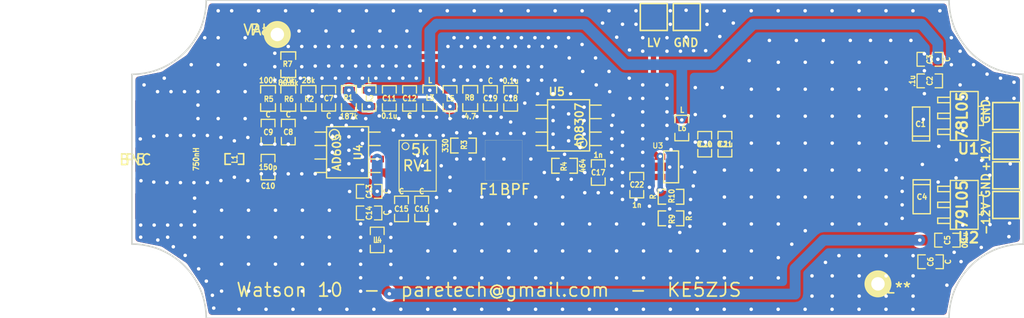
<source format=kicad_pcb>
(kicad_pcb (version 3) (host pcbnew "(2013-may-18)-stable")
  (layers (15 F.Cu signal) (0 B.Cu signal) (18 B.Paste user) (19 F.Paste user) (20 B.SilkS user) (21 F.SilkS user) (22 B.Mask user hide) (23 F.Mask user hide) (28 Edge.Cuts user hide))
  (net 0 "")
  (net 1 +5V)
  (net 2 -5V)
  (net 3 /+Vs)
  (net 4 /GPOS)
  (net 5 /V+)
  (net 6 /V-)
  (net 7 /VNEG)
  (net 8 /VPOS)
  (net 9 /VPS)
  (net 10 GND)
  (net 11 N-000001)
  (net 12 N-0000010)
  (net 13 N-0000011)
  (net 14 N-0000012)
  (net 15 N-0000017)
  (net 16 N-0000018)
  (net 17 N-0000019)
  (net 18 N-000002)
  (net 19 N-0000022)
  (net 20 N-0000023)
  (net 21 N-0000026)
  (net 22 N-000003)
  (net 23 N-000005)
  (net 24 N-000009)
  (module sma-edge-062 (layer F.Cu) (at 155.2575 138.2395)
    (fp_text reference P5 (at 0 0) (layer F.SilkS))
    (fp_text value BNC (at 0 0) (layer F.SilkS))
    (pad 2 smd rect (at 2.54 4.3815) (size 5.08 2.413) (layers F.Cu F.Paste F.Mask) (net 10 GND))
    (pad 2 smd rect (at 2.54 -4.3815) (size 5.08 2.413) (layers F.Cu F.Paste F.Mask) (net 10 GND))
    (pad 1 smd rect (at 2.54 0) (size 5.08 2.286) (layers F.Cu F.Paste F.Mask) (net 14 N-0000012))
    (pad 2 smd rect (at 2.54 -4.3815) (size 5.08 2.413) (layers B.Cu B.Paste B.Mask) (net 10 GND))
    (pad 2 smd rect (at 2.54 4.3815) (size 5.08 2.413) (layers B.Cu B.Paste B.Mask) (net 10 GND))
  )
  (module SM0603_Resistor (layer F.Cu) (at 171.577 132.461 270)
    (fp_text reference R2 (at 0.0635 -0.0635 360) (layer F.SilkS) (effects (font (size 0.50038 0.4572) (thickness 0.1143))))
    (fp_text value 28k (at -1.69926 0 360) (layer F.SilkS) (effects (font (size 0.508 0.4572) (thickness 0.1143))))
    (pad 1 smd rect (at -0.762 0 270) (size 0.635 1.143) (layers F.Cu F.Paste F.Mask) (net 10 GND))
    (pad 2 smd rect (at 0.762 0 270) (size 0.635 1.143) (layers F.Cu F.Paste F.Mask) (net 4 /GPOS))
  )
  (module SM0603_Resistor (layer F.Cu) (at 175.387 132.461 90)
    (fp_text reference R1 (at 0.0635 -0.0635 180) (layer F.SilkS) (effects (font (size 0.50038 0.4572) (thickness 0.1143))))
    (fp_text value 187k (at -1.69926 0 180) (layer F.SilkS) (effects (font (size 0.508 0.4572) (thickness 0.1143))))
    (pad 1 smd rect (at -0.762 0 90) (size 0.635 1.143) (layers F.Cu F.Paste F.Mask) (net 4 /GPOS))
    (pad 2 smd rect (at 0.762 0 90) (size 0.635 1.143) (layers F.Cu F.Paste F.Mask) (net 19 N-0000022))
  )
  (module SM0603_Resistor (layer F.Cu) (at 186.182 136.906)
    (fp_text reference R3 (at 0.0635 -0.0635 90) (layer F.SilkS) (effects (font (size 0.50038 0.4572) (thickness 0.1143))))
    (fp_text value 330 (at -1.69926 0 90) (layer F.SilkS) (effects (font (size 0.508 0.4572) (thickness 0.1143))))
    (pad 1 smd rect (at -0.762 0) (size 0.635 1.143) (layers F.Cu F.Paste F.Mask) (net 12 N-0000010))
    (pad 2 smd rect (at 0.762 0) (size 0.635 1.143) (layers F.Cu F.Paste F.Mask) (net 24 N-000009))
  )
  (module SM0603_Resistor (layer F.Cu) (at 195.707 138.811 180)
    (fp_text reference R4 (at 0.0635 -0.0635 270) (layer F.SilkS) (effects (font (size 0.50038 0.4572) (thickness 0.1143))))
    (fp_text value 464 (at -1.69926 0 270) (layer F.SilkS) (effects (font (size 0.508 0.4572) (thickness 0.1143))))
    (pad 1 smd rect (at -0.762 0 180) (size 0.635 1.143) (layers F.Cu F.Paste F.Mask) (net 18 N-000002))
    (pad 2 smd rect (at 0.762 0 180) (size 0.635 1.143) (layers F.Cu F.Paste F.Mask) (net 22 N-000003))
  )
  (module SM0603_Resistor (layer F.Cu) (at 186.817 132.461 90)
    (fp_text reference R8 (at 0.0635 -0.0635 180) (layer F.SilkS) (effects (font (size 0.50038 0.4572) (thickness 0.1143))))
    (fp_text value 4.7 (at -1.69926 0 180) (layer F.SilkS) (effects (font (size 0.508 0.4572) (thickness 0.1143))))
    (pad 1 smd rect (at -0.762 0 90) (size 0.635 1.143) (layers F.Cu F.Paste F.Mask) (net 9 /VPS))
    (pad 2 smd rect (at 0.762 0 90) (size 0.635 1.143) (layers F.Cu F.Paste F.Mask) (net 20 N-0000023))
  )
  (module SM0603_Resistor (layer F.Cu) (at 169.672 129.286 90)
    (fp_text reference R7 (at 0.0635 -0.0635 180) (layer F.SilkS) (effects (font (size 0.50038 0.4572) (thickness 0.1143))))
    (fp_text value 80.6k (at -1.69926 0 180) (layer F.SilkS) (effects (font (size 0.508 0.4572) (thickness 0.1143))))
    (pad 1 smd rect (at -0.762 0 90) (size 0.635 1.143) (layers F.Cu F.Paste F.Mask) (net 11 N-000001))
    (pad 2 smd rect (at 0.762 0 90) (size 0.635 1.143) (layers F.Cu F.Paste F.Mask) (net 17 N-0000019))
  )
  (module SM0603_Resistor (layer F.Cu) (at 169.672 132.461 270)
    (fp_text reference R6 (at 0.0635 -0.0635 360) (layer F.SilkS) (effects (font (size 0.50038 0.4572) (thickness 0.1143))))
    (fp_text value 20k (at -1.69926 0 360) (layer F.SilkS) (effects (font (size 0.508 0.4572) (thickness 0.1143))))
    (pad 1 smd rect (at -0.762 0 270) (size 0.635 1.143) (layers F.Cu F.Paste F.Mask) (net 11 N-000001))
    (pad 2 smd rect (at 0.762 0 270) (size 0.635 1.143) (layers F.Cu F.Paste F.Mask) (net 23 N-000005))
  )
  (module SM0603_Resistor (layer F.Cu) (at 167.767 132.461 270)
    (fp_text reference R5 (at 0.0635 -0.0635 360) (layer F.SilkS) (effects (font (size 0.50038 0.4572) (thickness 0.1143))))
    (fp_text value 100k (at -1.69926 0 360) (layer F.SilkS) (effects (font (size 0.508 0.4572) (thickness 0.1143))))
    (pad 1 smd rect (at -0.762 0 270) (size 0.635 1.143) (layers F.Cu F.Paste F.Mask) (net 10 GND))
    (pad 2 smd rect (at 0.762 0 270) (size 0.635 1.143) (layers F.Cu F.Paste F.Mask) (net 23 N-000005))
  )
  (module SM0603_Capa (layer F.Cu) (at 180.34 142.875 270)
    (fp_text reference C15 (at 0 0 360) (layer F.SilkS) (effects (font (size 0.508 0.4572) (thickness 0.1143))))
    (fp_text value C (at -1.651 0 360) (layer F.SilkS) (effects (font (size 0.508 0.4572) (thickness 0.1143))))
    (pad 1 smd rect (at -0.762 0 270) (size 0.635 1.143) (layers F.Cu F.Paste F.Mask) (net 13 N-0000011))
    (pad 2 smd rect (at 0.762 0 270) (size 0.635 1.143) (layers F.Cu F.Paste F.Mask) (net 10 GND))
  )
  (module SM0603_Capa (layer F.Cu) (at 231.7877 145.8214 180)
    (fp_text reference C5 (at 0 0 270) (layer F.SilkS) (effects (font (size 0.508 0.4572) (thickness 0.1143))))
    (fp_text value 0.1u (at -1.651 0 270) (layer F.SilkS) (effects (font (size 0.508 0.4572) (thickness 0.1143))))
    (pad 1 smd rect (at -0.762 0 180) (size 0.635 1.143) (layers F.Cu F.Paste F.Mask) (net 10 GND))
    (pad 2 smd rect (at 0.762 0 180) (size 0.635 1.143) (layers F.Cu F.Paste F.Mask) (net 2 -5V))
  )
  (module SM0603_Capa (layer F.Cu) (at 167.767 135.636 270)
    (fp_text reference C9 (at 0.0127 -0.0254 360) (layer F.SilkS) (effects (font (size 0.508 0.4572) (thickness 0.1143))))
    (fp_text value C (at -1.651 0 360) (layer F.SilkS) (effects (font (size 0.508 0.4572) (thickness 0.1143))))
    (pad 1 smd rect (at -0.762 0 270) (size 0.635 1.143) (layers F.Cu F.Paste F.Mask) (net 23 N-000005))
    (pad 2 smd rect (at 0.762 0 270) (size 0.635 1.143) (layers F.Cu F.Paste F.Mask) (net 10 GND))
  )
  (module SM0603_Capa (layer F.Cu) (at 230.124 128.778 180)
    (fp_text reference C3 (at 0 0 270) (layer F.SilkS) (effects (font (size 0.508 0.4572) (thickness 0.1143))))
    (fp_text value C (at -1.651 0 270) (layer F.SilkS) (effects (font (size 0.508 0.4572) (thickness 0.1143))))
    (pad 1 smd rect (at -0.762 0 180) (size 0.635 1.143) (layers F.Cu F.Paste F.Mask) (net 1 +5V))
    (pad 2 smd rect (at 0.762 0 180) (size 0.635 1.143) (layers F.Cu F.Paste F.Mask) (net 10 GND))
  )
  (module SM0603_Capa (layer F.Cu) (at 230.2002 147.8534 180)
    (fp_text reference C6 (at 0 0 270) (layer F.SilkS) (effects (font (size 0.508 0.4572) (thickness 0.1143))))
    (fp_text value C (at -1.651 0 270) (layer F.SilkS) (effects (font (size 0.508 0.4572) (thickness 0.1143))))
    (pad 1 smd rect (at -0.762 0 180) (size 0.635 1.143) (layers F.Cu F.Paste F.Mask) (net 2 -5V))
    (pad 2 smd rect (at 0.762 0 180) (size 0.635 1.143) (layers F.Cu F.Paste F.Mask) (net 10 GND))
  )
  (module SM0603_Capa (layer F.Cu) (at 177.292 141.224 180)
    (fp_text reference C13 (at 0 0 270) (layer F.SilkS) (effects (font (size 0.508 0.4572) (thickness 0.1143))))
    (fp_text value C (at -1.651 0 270) (layer F.SilkS) (effects (font (size 0.508 0.4572) (thickness 0.1143))))
    (pad 1 smd rect (at -0.762 0 180) (size 0.635 1.143) (layers F.Cu F.Paste F.Mask) (net 7 /VNEG))
    (pad 2 smd rect (at 0.762 0 180) (size 0.635 1.143) (layers F.Cu F.Paste F.Mask) (net 10 GND))
  )
  (module SM0603_Capa (layer F.Cu) (at 181.102 132.461 90)
    (fp_text reference C12 (at 0 0 180) (layer F.SilkS) (effects (font (size 0.508 0.4572) (thickness 0.1143))))
    (fp_text value C (at -1.651 0 180) (layer F.SilkS) (effects (font (size 0.508 0.4572) (thickness 0.1143))))
    (pad 1 smd rect (at -0.762 0 90) (size 0.635 1.143) (layers F.Cu F.Paste F.Mask) (net 8 /VPOS))
    (pad 2 smd rect (at 0.762 0 90) (size 0.635 1.143) (layers F.Cu F.Paste F.Mask) (net 10 GND))
  )
  (module SM0603_Capa (layer F.Cu) (at 188.722 132.461 270)
    (fp_text reference C19 (at 0 0 360) (layer F.SilkS) (effects (font (size 0.508 0.4572) (thickness 0.1143))))
    (fp_text value C (at -1.651 0 360) (layer F.SilkS) (effects (font (size 0.508 0.4572) (thickness 0.1143))))
    (pad 1 smd rect (at -0.762 0 270) (size 0.635 1.143) (layers F.Cu F.Paste F.Mask) (net 10 GND))
    (pad 2 smd rect (at 0.762 0 270) (size 0.635 1.143) (layers F.Cu F.Paste F.Mask) (net 9 /VPS))
  )
  (module SM0603_Capa (layer F.Cu) (at 173.482 132.461 90)
    (fp_text reference C7 (at 0 0 180) (layer F.SilkS) (effects (font (size 0.508 0.4572) (thickness 0.1143))))
    (fp_text value C (at -1.651 0 180) (layer F.SilkS) (effects (font (size 0.508 0.4572) (thickness 0.1143))))
    (pad 1 smd rect (at -0.762 0 90) (size 0.635 1.143) (layers F.Cu F.Paste F.Mask) (net 4 /GPOS))
    (pad 2 smd rect (at 0.762 0 90) (size 0.635 1.143) (layers F.Cu F.Paste F.Mask) (net 10 GND))
  )
  (module SM0603_Capa (layer F.Cu) (at 177.292 143.256 180)
    (fp_text reference C14 (at 0 0 270) (layer F.SilkS) (effects (font (size 0.508 0.4572) (thickness 0.1143))))
    (fp_text value C (at -1.651 0 270) (layer F.SilkS) (effects (font (size 0.508 0.4572) (thickness 0.1143))))
    (pad 1 smd rect (at -0.762 0 180) (size 0.635 1.143) (layers F.Cu F.Paste F.Mask) (net 7 /VNEG))
    (pad 2 smd rect (at 0.762 0 180) (size 0.635 1.143) (layers F.Cu F.Paste F.Mask) (net 10 GND))
  )
  (module SM0603_Capa (layer F.Cu) (at 182.245 142.875 270)
    (fp_text reference C16 (at 0 0 360) (layer F.SilkS) (effects (font (size 0.508 0.4572) (thickness 0.1143))))
    (fp_text value C (at -1.651 0 360) (layer F.SilkS) (effects (font (size 0.508 0.4572) (thickness 0.1143))))
    (pad 1 smd rect (at -0.762 0 270) (size 0.635 1.143) (layers F.Cu F.Paste F.Mask) (net 13 N-0000011))
    (pad 2 smd rect (at 0.762 0 270) (size 0.635 1.143) (layers F.Cu F.Paste F.Mask) (net 10 GND))
  )
  (module SM0603_Capa (layer F.Cu) (at 169.672 135.636 270)
    (fp_text reference C8 (at 0 0 360) (layer F.SilkS) (effects (font (size 0.508 0.4572) (thickness 0.1143))))
    (fp_text value C (at -1.651 0 360) (layer F.SilkS) (effects (font (size 0.508 0.4572) (thickness 0.1143))))
    (pad 1 smd rect (at -0.762 0 270) (size 0.635 1.143) (layers F.Cu F.Paste F.Mask) (net 23 N-000005))
    (pad 2 smd rect (at 0.762 0 270) (size 0.635 1.143) (layers F.Cu F.Paste F.Mask) (net 10 GND))
  )
  (module SM0603_Capa (layer F.Cu) (at 179.197 132.461 90)
    (fp_text reference C11 (at 0 0 180) (layer F.SilkS) (effects (font (size 0.508 0.4572) (thickness 0.1143))))
    (fp_text value 0.1u (at -1.651 0 180) (layer F.SilkS) (effects (font (size 0.508 0.4572) (thickness 0.1143))))
    (pad 1 smd rect (at -0.762 0 90) (size 0.635 1.143) (layers F.Cu F.Paste F.Mask) (net 8 /VPOS))
    (pad 2 smd rect (at 0.762 0 90) (size 0.635 1.143) (layers F.Cu F.Paste F.Mask) (net 10 GND))
  )
  (module SM0603_Capa (layer F.Cu) (at 167.767 138.938 270)
    (fp_text reference C10 (at 1.778 0 360) (layer F.SilkS) (effects (font (size 0.508 0.4572) (thickness 0.1143))))
    (fp_text value 150p (at 0 0 360) (layer F.SilkS) (effects (font (size 0.508 0.4572) (thickness 0.1143))))
    (pad 1 smd rect (at -0.762 0 270) (size 0.635 1.143) (layers F.Cu F.Paste F.Mask) (net 21 N-0000026))
    (pad 2 smd rect (at 0.762 0 270) (size 0.635 1.143) (layers F.Cu F.Paste F.Mask) (net 10 GND))
  )
  (module SM0603_Capa (layer F.Cu) (at 198.882 139.446 270)
    (fp_text reference C17 (at 0 0 360) (layer F.SilkS) (effects (font (size 0.508 0.4572) (thickness 0.1143))))
    (fp_text value 1n (at -1.651 0 360) (layer F.SilkS) (effects (font (size 0.508 0.4572) (thickness 0.1143))))
    (pad 1 smd rect (at -0.762 0 270) (size 0.635 1.143) (layers F.Cu F.Paste F.Mask) (net 18 N-000002))
    (pad 2 smd rect (at 0.762 0 270) (size 0.635 1.143) (layers F.Cu F.Paste F.Mask) (net 10 GND))
  )
  (module SM0603_Capa (layer F.Cu) (at 190.627 132.461 270)
    (fp_text reference C18 (at 0 0 360) (layer F.SilkS) (effects (font (size 0.508 0.4572) (thickness 0.1143))))
    (fp_text value 0.1u (at -1.651 0 360) (layer F.SilkS) (effects (font (size 0.508 0.4572) (thickness 0.1143))))
    (pad 1 smd rect (at -0.762 0 270) (size 0.635 1.143) (layers F.Cu F.Paste F.Mask) (net 10 GND))
    (pad 2 smd rect (at 0.762 0 270) (size 0.635 1.143) (layers F.Cu F.Paste F.Mask) (net 9 /VPS))
  )
  (module SM0603_Capa (layer F.Cu) (at 230.124 130.81)
    (fp_text reference C2 (at 0 0 90) (layer F.SilkS) (effects (font (size 0.508 0.4572) (thickness 0.1143))))
    (fp_text value .1u (at -1.651 0 90) (layer F.SilkS) (effects (font (size 0.508 0.4572) (thickness 0.1143))))
    (pad 1 smd rect (at -0.762 0) (size 0.635 1.143) (layers F.Cu F.Paste F.Mask) (net 10 GND))
    (pad 2 smd rect (at 0.762 0) (size 0.635 1.143) (layers F.Cu F.Paste F.Mask) (net 1 +5V))
  )
  (module PIN_ARRAY_1 (layer F.Cu) (at 237.3249 134.1247 90)
    (fp_text reference GND (at 0.4318 -1.9177 90) (layer F.SilkS) (effects (font (size 0.762 0.762) (thickness 0.1524))))
    (fp_text value CONN_1 hide)
    (pad 1 smd rect (at 0 0 90) (size 1.778 2.54) (layers F.Cu F.Paste F.Mask) (net 10 GND))
  )
  (module PIN_ARRAY_1 (layer F.Cu) (at 204.1144 124.7902)
    (fp_text reference LV (at -0.0127 2.4257) (layer F.SilkS) (effects (font (size 0.762 0.762) (thickness 0.1524))))
    (fp_text value CONN_1 hide)
    (pad 1 smd rect (at 0 0) (size 1.524 2.54) (layers F.Cu F.Paste F.Mask) (net 15 N-0000017))
  )
  (module PIN_ARRAY_1 (layer F.Cu) (at 237.3249 142.5067 90)
    (fp_text reference -12V (at -1.2827 -1.9177 90) (layer F.SilkS) (effects (font (size 0.762 0.762) (thickness 0.1524))))
    (fp_text value CONN_1 hide)
    (pad 1 smd rect (at 0 0 90) (size 1.778 2.54) (layers F.Cu F.Paste F.Mask) (net 6 /V-))
  )
  (module PIN_ARRAY_1 (layer F.Cu) (at 237.3249 139.7127 90)
    (fp_text reference GND (at -0.9652 -1.9177 90) (layer F.SilkS) (effects (font (size 0.762 0.762) (thickness 0.1524))))
    (fp_text value CONN_1 hide)
    (pad 1 smd rect (at 0 0 90) (size 1.778 2.54) (layers F.Cu F.Paste F.Mask) (net 10 GND))
  )
  (module PIN_ARRAY_1 (layer F.Cu) (at 237.3249 136.9187 90)
    (fp_text reference +12V (at -0.9017 -1.9177 90) (layer F.SilkS) (effects (font (size 0.762 0.762) (thickness 0.1524))))
    (fp_text value CONN_1 hide)
    (pad 1 smd rect (at 0 0 90) (size 1.778 2.54) (layers F.Cu F.Paste F.Mask) (net 5 /V+))
  )
  (module sot89 (layer F.Cu) (at 233.37012 142.494 270)
    (fp_text reference U2 (at 3.0988 -0.39878 360) (layer F.SilkS) (effects (font (size 1.00076 1.00076) (thickness 0.20066))))
    (fp_text value 79L05 (at 0 0.2032 270) (layer F.SilkS) (effects (font (size 1.00076 1.00076) (thickness 0.20066))))
    (pad 1 smd rect (at -1.50114 1.89992 270) (size 0.70104 1.6002) (layers F.Cu F.Paste F.Mask) (net 10 GND))
    (pad 2 smd rect (at 0 1.651 270) (size 0.70104 2.10058) (layers F.Cu F.Paste F.Mask) (net 6 /V-))
    (pad 3 smd rect (at 1.50114 1.89992 270) (size 0.70104 1.6002) (layers F.Cu F.Paste F.Mask) (net 2 -5V))
    (pad 2 smd rect (at 0 -0.7493 270) (size 1.99898 2.75082) (layers F.Cu F.Paste F.Mask) (net 6 /V-))
  )
  (module sot89 (layer F.Cu) (at 233.37012 134.112 270)
    (fp_text reference U1 (at 3.0988 -0.39878 360) (layer F.SilkS) (effects (font (size 1.00076 1.00076) (thickness 0.20066))))
    (fp_text value 78L05 (at 0 0.2032 270) (layer F.SilkS) (effects (font (size 1.00076 1.00076) (thickness 0.20066))))
    (pad 1 smd rect (at -1.50114 1.89992 270) (size 0.70104 1.6002) (layers F.Cu F.Paste F.Mask) (net 1 +5V))
    (pad 2 smd rect (at 0 1.651 270) (size 0.70104 2.10058) (layers F.Cu F.Paste F.Mask) (net 10 GND))
    (pad 3 smd rect (at 1.50114 1.89992 270) (size 0.70104 1.6002) (layers F.Cu F.Paste F.Mask) (net 5 /V+))
    (pad 2 smd rect (at 0 -0.7493 270) (size 1.99898 2.75082) (layers F.Cu F.Paste F.Mask) (net 10 GND))
  )
  (module c_tant_A (layer F.Cu) (at 229.30612 134.874 270)
    (fp_text reference C1 (at 0.0127 0.04572 360) (layer F.SilkS) (effects (font (size 0.50038 0.50038) (thickness 0.11938))))
    (fp_text value 33u hide)
    (pad 1 smd rect (at 1.37414 0 270) (size 1.95072 1.50114) (layers F.Cu F.Paste F.Mask) (net 5 /V+))
    (pad 2 smd rect (at -1.37414 0 270) (size 1.95072 1.50114) (layers F.Cu F.Paste F.Mask) (net 10 GND))
  )
  (module c_tant_A (layer F.Cu) (at 229.362 141.732 90)
    (fp_text reference C4 (at -0.0127 0.0254 180) (layer F.SilkS) (effects (font (size 0.50038 0.50038) (thickness 0.11938))))
    (fp_text value 33u hide)
    (pad 1 smd rect (at 1.37414 0 90) (size 1.95072 1.50114) (layers F.Cu F.Paste F.Mask) (net 10 GND))
    (pad 1 smd rect (at -1.37414 0 90) (size 1.95072 1.50114) (layers F.Cu F.Paste F.Mask) (net 6 /V-))
  )
  (module AD8307 (layer F.Cu) (at 196.088 135.001 90)
    (fp_text reference U5 (at 3.1623 -1.1176 180) (layer F.SilkS) (effects (font (size 0.7493 0.7493) (thickness 0.14986))))
    (fp_text value AD8307 (at 0 1.016 90) (layer F.SilkS) (effects (font (size 0.7493 0.7493) (thickness 0.14986))))
    (pad 1 smd rect (at -1.905 2.794 90) (size 0.635 1.27) (layers F.Cu F.Paste F.Mask) (net 18 N-000002))
    (pad 2 smd rect (at -0.635 2.794 90) (size 0.635 1.27) (layers F.Cu F.Paste F.Mask) (net 10 GND))
    (pad 3 smd rect (at 0.635 2.794 90) (size 0.635 1.27) (layers F.Cu F.Paste F.Mask))
    (pad 4 smd rect (at 1.905 2.794 90) (size 0.635 1.27) (layers F.Cu F.Paste F.Mask) (net 17 N-0000019))
    (pad 5 smd rect (at 1.905 -2.794 90) (size 0.635 1.27) (layers F.Cu F.Paste F.Mask))
    (pad 6 smd rect (at 0.635 -2.794 90) (size 0.635 1.27) (layers F.Cu F.Paste F.Mask) (net 9 /VPS))
    (pad 7 smd rect (at -0.635 -2.794 90) (size 0.635 1.27) (layers F.Cu F.Paste F.Mask) (net 9 /VPS))
    (pad 8 smd rect (at -1.905 -2.794 90) (size 0.635 1.27) (layers F.Cu F.Paste F.Mask) (net 22 N-000003))
  )
  (module VRSM3932_JHOOK (layer F.Cu) (at 181.864 138.811 180)
    (fp_text reference RV1 (at 0 0 180) (layer F.SilkS))
    (fp_text value 5k (at -0.254 1.524 180) (layer F.SilkS))
    (pad 1 smd rect (at -1.45 -1.27 180) (size 1.6 1.3) (layers F.Cu F.Paste F.Mask) (net 13 N-0000011))
    (pad 3 smd rect (at -1.45 1.27 180) (size 1.6 1.3) (layers F.Cu F.Paste F.Mask) (net 12 N-0000010))
    (pad 2 smd rect (at 1.45 0 180) (size 1.6 2) (layers F.Cu F.Paste F.Mask) (net 13 N-0000011))
  )
  (module so-8 (layer F.Cu) (at 175.26 137.541 270)
    (fp_text reference U4 (at 0 -1.016 270) (layer F.SilkS) (effects (font (size 0.7493 0.7493) (thickness 0.14986))))
    (fp_text value AD603 (at 0 1.016 270) (layer F.SilkS) (effects (font (size 0.7493 0.7493) (thickness 0.14986))))
    (pad 1 smd rect (at -1.905 2.794 270) (size 0.635 1.27) (layers F.Cu F.Paste F.Mask) (net 4 /GPOS))
    (pad 2 smd rect (at -0.635 2.794 270) (size 0.635 1.27) (layers F.Cu F.Paste F.Mask) (net 23 N-000005))
    (pad 3 smd rect (at 0.635 2.794 270) (size 0.635 1.27) (layers F.Cu F.Paste F.Mask) (net 21 N-0000026))
    (pad 4 smd rect (at 1.905 2.794 270) (size 0.635 1.27) (layers F.Cu F.Paste F.Mask) (net 10 GND))
    (pad 5 smd rect (at 1.905 -2.794 270) (size 0.635 1.27) (layers F.Cu F.Paste F.Mask) (net 13 N-0000011))
    (pad 6 smd rect (at 0.635 -2.794 270) (size 0.635 1.27) (layers F.Cu F.Paste F.Mask) (net 7 /VNEG))
    (pad 7 smd rect (at -0.635 -2.794 270) (size 0.635 1.27) (layers F.Cu F.Paste F.Mask) (net 12 N-0000010))
    (pad 8 smd rect (at -1.905 -2.794 270) (size 0.635 1.27) (layers F.Cu F.Paste F.Mask) (net 8 /VPOS))
  )
  (module 180mm_ChipCoil (layer F.Cu) (at 164.592 138.176)
    (fp_text reference L1 (at 0.0254 0.0127 90) (layer F.SilkS) (effects (font (size 0.50038 0.4572) (thickness 0.1143))))
    (fp_text value 750nH (at -3.5941 0.0127 90) (layer F.SilkS) (effects (font (size 0.508 0.4572) (thickness 0.1143))))
    (pad 1 smd rect (at -1.077 0) (size 1.004 2.65) (layers F.Cu F.Paste F.Mask) (net 14 N-0000012))
    (pad 2 smd rect (at 1.077 0) (size 1.004 2.65) (layers F.Cu F.Paste F.Mask) (net 21 N-0000026))
  )
  (module sot23 (layer F.Cu) (at 205.7527 138.9126 270)
    (fp_text reference U3 (at -1.9939 1.2573 360) (layer F.SilkS) (effects (font (size 0.50038 0.50038) (thickness 0.09906))))
    (fp_text value AD8031 hide)
    (pad 1 smd rect (at -0.9525 1.05664 270) (size 0.59944 1.00076) (layers F.Cu F.Paste F.Mask) (net 15 N-0000017))
    (pad 3 smd rect (at 0.9525 1.05664 270) (size 0.59944 1.00076) (layers F.Cu F.Paste F.Mask) (net 17 N-0000019))
    (pad 2 smd rect (at 0 1.05664 270) (size 0.59944 1.00076) (layers F.Cu F.Paste F.Mask) (net 10 GND))
    (pad 4 smd rect (at 0.9525 -1.05664 270) (size 0.59944 1.00076) (layers F.Cu F.Paste F.Mask) (net 16 N-0000018))
    (pad 5 smd rect (at -0.9525 -1.05664 270) (size 0.59944 1.00076) (layers F.Cu F.Paste F.Mask) (net 3 /+Vs))
  )
  (module SM0603_Resistor (layer F.Cu) (at 205.74 141.732)
    (fp_text reference R10 (at 0.0635 -0.0635 90) (layer F.SilkS) (effects (font (size 0.50038 0.4572) (thickness 0.1143))))
    (fp_text value R (at -1.69926 0 90) (layer F.SilkS) (effects (font (size 0.508 0.4572) (thickness 0.1143))))
    (pad 1 smd rect (at -0.762 0) (size 0.635 1.143) (layers F.Cu F.Paste F.Mask) (net 15 N-0000017))
    (pad 2 smd rect (at 0.762 0) (size 0.635 1.143) (layers F.Cu F.Paste F.Mask) (net 16 N-0000018))
  )
  (module SM0603_Resistor (layer F.Cu) (at 205.74 143.764 180)
    (fp_text reference R9 (at -0.0889 -0.0762 270) (layer F.SilkS) (effects (font (size 0.50038 0.4572) (thickness 0.1143))))
    (fp_text value R (at -1.69926 0 270) (layer F.SilkS) (effects (font (size 0.508 0.4572) (thickness 0.1143))))
    (pad 1 smd rect (at -0.762 0 180) (size 0.635 1.143) (layers F.Cu F.Paste F.Mask) (net 16 N-0000018))
    (pad 2 smd rect (at 0.762 0 180) (size 0.635 1.143) (layers F.Cu F.Paste F.Mask) (net 10 GND))
  )
  (module SM0603_Capa (layer F.Cu) (at 208.915 136.779 90)
    (fp_text reference C20 (at -0.0127 0.0254 180) (layer F.SilkS) (effects (font (size 0.508 0.4572) (thickness 0.1143))))
    (fp_text value 0.1u (at 0 0 180) (layer F.SilkS) (effects (font (size 0.508 0.4572) (thickness 0.1143))))
    (pad 1 smd rect (at -0.762 0 90) (size 0.635 1.143) (layers F.Cu F.Paste F.Mask) (net 3 /+Vs))
    (pad 2 smd rect (at 0.762 0 90) (size 0.635 1.143) (layers F.Cu F.Paste F.Mask) (net 10 GND))
  )
  (module SM0603_Capa (layer F.Cu) (at 202.5142 140.6398 270)
    (fp_text reference C22 (at -0.0381 -0.0127 360) (layer F.SilkS) (effects (font (size 0.508 0.4572) (thickness 0.1143))))
    (fp_text value 1n (at 1.8669 -0.0127 360) (layer F.SilkS) (effects (font (size 0.508 0.4572) (thickness 0.1143))))
    (pad 1 smd rect (at -0.762 0 270) (size 0.635 1.143) (layers F.Cu F.Paste F.Mask) (net 17 N-0000019))
    (pad 2 smd rect (at 0.762 0 270) (size 0.635 1.143) (layers F.Cu F.Paste F.Mask) (net 10 GND))
  )
  (module SM0603_Capa (layer F.Cu) (at 210.82 136.779 90)
    (fp_text reference C21 (at -0.0127 0.0254 180) (layer F.SilkS) (effects (font (size 0.508 0.4572) (thickness 0.1143))))
    (fp_text value 0.1u (at 0 0 180) (layer F.SilkS) (effects (font (size 0.508 0.4572) (thickness 0.1143))))
    (pad 1 smd rect (at -0.762 0 90) (size 0.635 1.143) (layers F.Cu F.Paste F.Mask) (net 3 /+Vs))
    (pad 2 smd rect (at 0.762 0 90) (size 0.635 1.143) (layers F.Cu F.Paste F.Mask) (net 10 GND))
  )
  (module SM0603_Inductor (layer F.Cu) (at 183.007 132.461 270)
    (fp_text reference L3 (at -0.0508 -0.0254 360) (layer F.SilkS) (effects (font (size 0.508 0.4572) (thickness 0.1143))))
    (fp_text value L (at -1.7018 -0.0254 360) (layer F.SilkS) (effects (font (size 0.508 0.4572) (thickness 0.1143))))
    (pad 1 smd rect (at -0.762 0 270) (size 0.635 1.143) (layers F.Cu F.Paste F.Mask) (net 1 +5V))
    (pad 2 smd rect (at 0.762 0 270) (size 0.635 1.143) (layers F.Cu F.Paste F.Mask) (net 8 /VPOS))
  )
  (module SM0603_Inductor (layer F.Cu) (at 177.292 132.461 270)
    (fp_text reference L2 (at 0.0127 -0.0254 360) (layer F.SilkS) (effects (font (size 0.508 0.4572) (thickness 0.1143))))
    (fp_text value L (at -1.7018 -0.0254 360) (layer F.SilkS) (effects (font (size 0.508 0.4572) (thickness 0.1143))))
    (pad 1 smd rect (at -0.762 0 270) (size 0.635 1.143) (layers F.Cu F.Paste F.Mask) (net 1 +5V))
    (pad 2 smd rect (at 0.762 0 270) (size 0.635 1.143) (layers F.Cu F.Paste F.Mask) (net 19 N-0000022))
  )
  (module SM0603_Inductor (layer F.Cu) (at 178.054 145.796 90)
    (fp_text reference L4 (at -0.0127 0.0254 180) (layer F.SilkS) (effects (font (size 0.508 0.4572) (thickness 0.1143))))
    (fp_text value L (at 0 0 180) (layer F.SilkS) (effects (font (size 0.508 0.4572) (thickness 0.1143))))
    (pad 1 smd rect (at -0.762 0 90) (size 0.635 1.143) (layers F.Cu F.Paste F.Mask) (net 2 -5V))
    (pad 2 smd rect (at 0.762 0 90) (size 0.635 1.143) (layers F.Cu F.Paste F.Mask) (net 7 /VNEG))
  )
  (module SM0603_Inductor (layer F.Cu) (at 184.912 132.461 90)
    (fp_text reference L5 (at -0.0127 0.0254 180) (layer F.SilkS) (effects (font (size 0.508 0.4572) (thickness 0.1143))))
    (fp_text value L (at -1.6637 0.0254 180) (layer F.SilkS) (effects (font (size 0.508 0.4572) (thickness 0.1143))))
    (pad 1 smd rect (at -0.762 0 90) (size 0.635 1.143) (layers F.Cu F.Paste F.Mask) (net 1 +5V))
    (pad 2 smd rect (at 0.762 0 90) (size 0.635 1.143) (layers F.Cu F.Paste F.Mask) (net 20 N-0000023))
  )
  (module SM0603_Inductor (layer F.Cu) (at 206.756 135.255 270)
    (fp_text reference L6 (at 0.0127 -0.0254 360) (layer F.SilkS) (effects (font (size 0.508 0.4572) (thickness 0.1143))))
    (fp_text value L (at -1.7018 -0.0254 360) (layer F.SilkS) (effects (font (size 0.508 0.4572) (thickness 0.1143))))
    (pad 1 smd rect (at -0.762 0 270) (size 0.635 1.143) (layers F.Cu F.Paste F.Mask) (net 1 +5V))
    (pad 2 smd rect (at 0.762 0 270) (size 0.635 1.143) (layers F.Cu F.Paste F.Mask) (net 3 /+Vs))
  )
  (module SFEC (layer F.Cu) (at 188.214 136.398 270)
    (fp_text reference F1 (at 4.6482 -0.3429 360) (layer F.SilkS))
    (fp_text value BPF (at 4.6482 -2.8194 360) (layer F.SilkS))
    (pad 1 smd rect (at 0.5 -0.7 270) (size 0.8 1.5) (layers F.Cu F.Paste F.Mask) (net 24 N-000009))
    (pad 2 smd rect (at 1.9 -0.7 270) (size 0.8 1.5) (layers F.Cu F.Paste F.Mask) (net 10 GND))
    (pad 3 smd rect (at 3.3 -0.7 270) (size 0.8 1.5) (layers F.Cu F.Paste F.Mask))
    (pad 6 smd rect (at 0.5 -2.8 270) (size 0.8 1.5) (layers F.Cu F.Paste F.Mask) (net 22 N-000003))
    (pad 5 smd rect (at 1.9 -2.8 270) (size 0.8 1.5) (layers F.Cu F.Paste F.Mask) (net 10 GND))
    (pad 4 smd rect (at 3.3 -2.8 270) (size 0.8 1.5) (layers F.Cu F.Paste F.Mask))
  )
  (module PIN_ARRAY_1 (layer F.Cu) (at 207.2259 124.7902)
    (fp_text reference GND (at -0.0762 2.4257) (layer F.SilkS) (effects (font (size 0.762 0.762) (thickness 0.1524))))
    (fp_text value Val** hide)
    (pad 1 smd rect (at 0 0) (size 1.778 2.54) (layers F.Cu F.Paste F.Mask) (net 10 GND))
  )
  (module hole (layer F.Cu) (at 168.64 126.44)
    (fp_text reference hole hide)
    (fp_text value VAL** hide)
    (pad 1 thru_hole circle (at 0 0) (size 2.54 2.54) (drill 1.27) (layers *.Cu *.Mask F.SilkS) (net 10 GND))
  )
  (module hole (layer F.Cu) (at 225.24 149.94)
    (fp_text reference "" hide)
    (fp_text value VAL** hide)
    (pad 1 thru_hole circle (at 0 0) (size 2.54 2.54) (drill 1.27) (layers *.Cu *.Mask F.SilkS) (net 10 GND))
  )
  (module Pad (layer F.Cu) (at 226.3267 150.3299)
    (fp_text reference "" (at 0 0) (layer F.SilkS))
    (fp_text value VAL** (at 0 0) (layer F.SilkS))
    (pad 1 smd rect (at 0 0) (size 10 5) (layers B.Cu B.Paste B.Mask) (net 10 GND))
  )
  (module Pad (layer F.Cu) (at 167.4622 126.0094)
    (fp_text reference Pad (at 0 0) (layer F.SilkS))
    (fp_text value VAL** (at 0 0) (layer F.SilkS))
    (pad 1 smd rect (at 0 0) (size 10 5) (layers B.Cu B.Paste B.Mask) (net 10 GND))
  )
  (gr_text "Watson 10  -  paretech@gmail.com  -  KE5ZJS" (at 164.6809 150.5077) (layer F.SilkS) (effects (font (size 1.27 1.27) (thickness 0.15875)) (justify left)))
  (gr_line (start 161.94 123.19) (end 231.94 123.19) (angle 90) (layer Edge.Cuts) (width 0.15))
  (gr_line (start 238.94 130.19) (end 238.94 146.19) (angle 90) (layer Edge.Cuts) (width 0.15))
  (gr_line (start 231.94 153.19) (end 161.94 153.19) (angle 90) (layer Edge.Cuts) (width 0.15))
  (gr_line (start 154.94 146.19) (end 154.94 130.19) (angle 90) (layer Edge.Cuts) (width 0.15))
  (gr_arc (start 154.94 123.19) (end 161.94 123.19) (angle 90) (layer Edge.Cuts) (width 0.15))
  (gr_arc (start 238.94 123.19) (end 238.94 130.19) (angle 90) (layer Edge.Cuts) (width 0.15))
  (gr_arc (start 238.94 153.19) (end 231.94 153.19) (angle 90) (layer Edge.Cuts) (width 0.15))
  (gr_arc (start 154.94 153.19) (end 154.94 146.19) (angle 90) (layer Edge.Cuts) (width 0.15))
  (segment (start 183.007 131.699) (end 183.388 131.699) (width 1.016) (layer B.Cu) (net 1))
  (via (at 183.007 131.699) (size 0.6858) (layers F.Cu B.Cu) (net 1))
  (via (at 184.912 133.223) (size 0.6858) (layers F.Cu B.Cu) (net 1))
  (segment (start 183.388 131.699) (end 184.912 133.223) (width 1.016) (layer B.Cu) (net 1))
  (segment (start 177.292 131.699) (end 183.007 131.699) (width 1.016) (layer B.Cu) (net 1))
  (segment (start 201.422 129.286) (end 197.612 125.476) (width 1.016) (layer B.Cu) (net 1))
  (segment (start 197.612 125.476) (end 183.642 125.476) (width 1.016) (layer B.Cu) (net 1))
  (segment (start 183.642 125.476) (end 183.007 126.111) (width 1.016) (layer B.Cu) (net 1))
  (segment (start 183.007 126.111) (end 183.007 131.699) (width 1.016) (layer B.Cu) (net 1))
  (segment (start 201.422 129.286) (end 206.756 129.286) (width 1.016) (layer B.Cu) (net 1))
  (via (at 177.292 131.699) (size 0.6858) (layers F.Cu B.Cu) (net 1))
  (via (at 206.756 134.493) (size 0.6858) (layers F.Cu B.Cu) (net 1))
  (segment (start 206.756 129.286) (end 206.756 134.112) (width 1.016) (layer B.Cu) (net 1))
  (segment (start 206.756 134.112) (end 206.756 134.493) (width 0.508) (layer B.Cu) (net 1))
  (segment (start 230.886 128.778) (end 230.886 127.254) (width 1.016) (layer B.Cu) (net 1))
  (via (at 230.886 128.778) (size 0.6858) (layers F.Cu B.Cu) (net 1))
  (segment (start 230.886 130.81) (end 230.886 128.778) (width 1.016) (layer F.Cu) (net 1))
  (segment (start 229.362 125.476) (end 230.886 127.254) (width 1.016) (layer B.Cu) (net 1))
  (segment (start 213.487 125.476) (end 229.362 125.476) (width 1.016) (layer B.Cu) (net 1))
  (segment (start 209.677 129.286) (end 213.487 125.476) (width 1.016) (layer B.Cu) (net 1))
  (segment (start 206.756 129.286) (end 209.677 129.286) (width 1.016) (layer B.Cu) (net 1))
  (segment (start 231.4702 132.61086) (end 230.886 132.02666) (width 1.016) (layer F.Cu) (net 1))
  (segment (start 230.886 132.02666) (end 230.886 130.81) (width 1.016) (layer F.Cu) (net 1))
  (segment (start 217.4367 150.9014) (end 217.4367 148.4884) (width 1.016) (layer B.Cu) (net 2))
  (segment (start 178.054 149.733) (end 179.197 150.876) (width 1.016) (layer F.Cu) (net 2))
  (via (at 179.197 150.876) (size 0.6858) (layers F.Cu B.Cu) (net 2))
  (segment (start 179.197 150.876) (end 217.4367 150.9014) (width 1.016) (layer B.Cu) (net 2))
  (segment (start 178.054 146.558) (end 178.054 149.733) (width 1.016) (layer F.Cu) (net 2))
  (segment (start 229.1842 145.8214) (end 231.0257 145.8214) (width 1.016) (layer F.Cu) (net 2))
  (via (at 229.1842 145.8214) (size 0.6858) (layers F.Cu B.Cu) (net 2))
  (segment (start 220.1037 145.8214) (end 229.1842 145.8214) (width 1.016) (layer B.Cu) (net 2))
  (segment (start 217.4367 148.4884) (end 220.1037 145.8214) (width 1.016) (layer B.Cu) (net 2))
  (segment (start 230.9622 147.8534) (end 230.9622 145.8849) (width 1.016) (layer F.Cu) (net 2))
  (segment (start 231.4702 143.99514) (end 230.886 144.57934) (width 1.016) (layer F.Cu) (net 2))
  (segment (start 230.886 144.57934) (end 230.886 145.796) (width 1.016) (layer F.Cu) (net 2))
  (segment (start 208.915 137.541) (end 210.82 137.541) (width 0.508) (layer F.Cu) (net 3))
  (segment (start 206.80934 137.9601) (end 207.22844 137.541) (width 0.508) (layer F.Cu) (net 3))
  (segment (start 207.22844 137.541) (end 208.915 137.541) (width 0.508) (layer F.Cu) (net 3))
  (segment (start 206.756 136.017) (end 206.756 137.90676) (width 0.508) (layer F.Cu) (net 3))
  (segment (start 206.756 137.90676) (end 206.80934 137.9601) (width 0.508) (layer F.Cu) (net 3))
  (segment (start 173.482 133.223) (end 172.466 134.239) (width 0.508) (layer F.Cu) (net 4))
  (segment (start 172.466 134.239) (end 172.466 135.636) (width 0.508) (layer F.Cu) (net 4))
  (segment (start 175.387 133.223) (end 173.482 133.223) (width 0.508) (layer F.Cu) (net 4))
  (segment (start 171.577 133.223) (end 173.482 133.223) (width 0.508) (layer F.Cu) (net 4))
  (segment (start 231.4702 135.61314) (end 232.76306 136.906) (width 0.762) (layer F.Cu) (net 5))
  (segment (start 232.76306 136.906) (end 237.43412 136.906) (width 1.016) (layer F.Cu) (net 5))
  (segment (start 229.30612 136.24814) (end 229.94112 135.61314) (width 0.762) (layer F.Cu) (net 5))
  (segment (start 229.94112 135.61314) (end 231.4702 135.61314) (width 0.762) (layer F.Cu) (net 5))
  (segment (start 231.71912 142.494) (end 234.11942 142.494) (width 0.762) (layer F.Cu) (net 6))
  (segment (start 234.11942 142.494) (end 237.43412 142.494) (width 1.27) (layer F.Cu) (net 6))
  (segment (start 229.30612 143.10614) (end 229.91826 142.494) (width 0.762) (layer F.Cu) (net 6))
  (segment (start 229.91826 142.494) (end 231.71912 142.494) (width 0.762) (layer F.Cu) (net 6))
  (segment (start 178.054 145.034) (end 178.054 143.256) (width 1.016) (layer F.Cu) (net 7))
  (segment (start 178.054 143.256) (end 178.054 141.224) (width 1.016) (layer F.Cu) (net 7))
  (via (at 178.054 141.224) (size 0.6858) (layers F.Cu B.Cu) (net 7))
  (segment (start 178.054 141.224) (end 178.054 138.176) (width 1.016) (layer B.Cu) (net 7))
  (via (at 178.054 138.176) (size 0.6858) (layers F.Cu B.Cu) (net 7))
  (segment (start 181.102 133.223) (end 183.007 133.223) (width 0.508) (layer F.Cu) (net 8))
  (segment (start 179.197 133.223) (end 181.102 133.223) (width 0.508) (layer F.Cu) (net 8))
  (segment (start 179.197 133.223) (end 179.197 134.493) (width 0.508) (layer F.Cu) (net 8))
  (segment (start 179.197 134.493) (end 178.054 135.636) (width 0.508) (layer F.Cu) (net 8))
  (segment (start 193.294 135.636) (end 193.294 134.366) (width 0.508) (layer F.Cu) (net 9))
  (segment (start 193.294 134.366) (end 191.77 134.366) (width 0.508) (layer F.Cu) (net 9))
  (segment (start 191.77 134.366) (end 190.627 133.223) (width 0.508) (layer F.Cu) (net 9))
  (segment (start 188.722 133.223) (end 190.627 133.223) (width 0.508) (layer F.Cu) (net 9))
  (segment (start 186.817 133.223) (end 188.722 133.223) (width 0.508) (layer F.Cu) (net 9))
  (segment (start 229.362 128.778) (end 229.0826 129.0574) (width 0.254) (layer F.Cu) (net 10))
  (segment (start 215.8492 141.7574) (end 218.3892 141.7574) (width 0.254) (layer F.Cu) (net 10))
  (via (at 215.8492 141.7574) (size 0.6858) (layers F.Cu B.Cu) (net 10))
  (segment (start 213.3092 141.7574) (end 215.8492 141.7574) (width 0.254) (layer B.Cu) (net 10))
  (via (at 213.3092 141.7574) (size 0.6858) (layers F.Cu B.Cu) (net 10))
  (segment (start 210.7692 141.7574) (end 213.3092 141.7574) (width 0.254) (layer F.Cu) (net 10))
  (via (at 210.7692 141.7574) (size 0.6858) (layers F.Cu B.Cu) (net 10))
  (segment (start 210.7692 139.2174) (end 210.7692 141.7574) (width 0.254) (layer B.Cu) (net 10))
  (via (at 210.7692 139.2174) (size 0.6858) (layers F.Cu B.Cu) (net 10))
  (segment (start 213.3092 139.2174) (end 210.7692 139.2174) (width 0.254) (layer F.Cu) (net 10))
  (via (at 213.3092 139.2174) (size 0.6858) (layers F.Cu B.Cu) (net 10))
  (segment (start 215.8492 139.2174) (end 213.3092 139.2174) (width 0.254) (layer B.Cu) (net 10))
  (via (at 215.8492 139.2174) (size 0.6858) (layers F.Cu B.Cu) (net 10))
  (segment (start 218.3892 139.2174) (end 215.8492 139.2174) (width 0.254) (layer F.Cu) (net 10))
  (via (at 218.3892 139.2174) (size 0.6858) (layers F.Cu B.Cu) (net 10))
  (segment (start 220.9292 139.2174) (end 218.3892 139.2174) (width 0.254) (layer B.Cu) (net 10))
  (via (at 220.9292 139.2174) (size 0.6858) (layers F.Cu B.Cu) (net 10))
  (segment (start 223.4692 139.2174) (end 220.9292 139.2174) (width 0.254) (layer F.Cu) (net 10))
  (via (at 223.4692 139.2174) (size 0.6858) (layers F.Cu B.Cu) (net 10))
  (segment (start 226.0092 139.2174) (end 223.4692 139.2174) (width 0.254) (layer B.Cu) (net 10))
  (via (at 226.0092 139.2174) (size 0.6858) (layers F.Cu B.Cu) (net 10))
  (segment (start 226.0092 136.6774) (end 226.0092 139.2174) (width 0.254) (layer F.Cu) (net 10))
  (via (at 226.0092 136.6774) (size 0.6858) (layers F.Cu B.Cu) (net 10))
  (segment (start 223.4692 136.6774) (end 226.0092 136.6774) (width 0.254) (layer B.Cu) (net 10))
  (via (at 223.4692 136.6774) (size 0.6858) (layers F.Cu B.Cu) (net 10))
  (segment (start 220.9292 136.6774) (end 223.4692 136.6774) (width 0.254) (layer F.Cu) (net 10))
  (via (at 220.9292 136.6774) (size 0.6858) (layers F.Cu B.Cu) (net 10))
  (segment (start 218.3892 136.6774) (end 220.9292 136.6774) (width 0.254) (layer B.Cu) (net 10))
  (via (at 218.3892 136.6774) (size 0.6858) (layers F.Cu B.Cu) (net 10))
  (segment (start 215.8492 136.6774) (end 218.3892 136.6774) (width 0.254) (layer F.Cu) (net 10))
  (via (at 215.8492 136.6774) (size 0.6858) (layers F.Cu B.Cu) (net 10))
  (segment (start 213.3092 136.6774) (end 215.8492 136.6774) (width 0.254) (layer B.Cu) (net 10))
  (via (at 213.3092 136.6774) (size 0.6858) (layers F.Cu B.Cu) (net 10))
  (segment (start 215.8492 134.1374) (end 213.3092 136.6774) (width 0.254) (layer F.Cu) (net 10))
  (via (at 215.8492 134.1374) (size 0.6858) (layers F.Cu B.Cu) (net 10))
  (segment (start 218.3892 134.1374) (end 215.8492 134.1374) (width 0.254) (layer B.Cu) (net 10))
  (via (at 218.3892 134.1374) (size 0.6858) (layers F.Cu B.Cu) (net 10))
  (segment (start 220.9292 134.1374) (end 218.3892 134.1374) (width 0.254) (layer F.Cu) (net 10))
  (via (at 220.9292 134.1374) (size 0.6858) (layers F.Cu B.Cu) (net 10))
  (segment (start 223.4692 134.1374) (end 220.9292 134.1374) (width 0.254) (layer B.Cu) (net 10))
  (via (at 223.4692 134.1374) (size 0.6858) (layers F.Cu B.Cu) (net 10))
  (segment (start 226.0092 134.1374) (end 223.4692 134.1374) (width 0.254) (layer F.Cu) (net 10))
  (via (at 226.0092 134.1374) (size 0.6858) (layers F.Cu B.Cu) (net 10))
  (segment (start 226.0092 131.5974) (end 226.0092 134.1374) (width 0.254) (layer B.Cu) (net 10))
  (via (at 226.0092 131.5974) (size 0.6858) (layers F.Cu B.Cu) (net 10))
  (segment (start 223.4692 131.5974) (end 226.0092 131.5974) (width 0.254) (layer F.Cu) (net 10))
  (via (at 223.4692 131.5974) (size 0.6858) (layers F.Cu B.Cu) (net 10))
  (segment (start 220.9292 131.5974) (end 223.4692 131.5974) (width 0.254) (layer B.Cu) (net 10))
  (via (at 220.9292 131.5974) (size 0.6858) (layers F.Cu B.Cu) (net 10))
  (segment (start 218.3892 131.5974) (end 220.9292 131.5974) (width 0.254) (layer F.Cu) (net 10))
  (via (at 218.3892 131.5974) (size 0.6858) (layers F.Cu B.Cu) (net 10))
  (segment (start 215.8492 131.5974) (end 218.3892 131.5974) (width 0.254) (layer B.Cu) (net 10))
  (via (at 215.8492 131.5974) (size 0.6858) (layers F.Cu B.Cu) (net 10))
  (segment (start 213.3092 134.1374) (end 215.8492 131.5974) (width 0.254) (layer F.Cu) (net 10))
  (via (at 213.3092 134.1374) (size 0.6858) (layers F.Cu B.Cu) (net 10))
  (segment (start 210.7692 134.1374) (end 213.3092 134.1374) (width 0.254) (layer B.Cu) (net 10))
  (via (at 210.7692 134.1374) (size 0.6858) (layers F.Cu B.Cu) (net 10))
  (segment (start 213.3092 131.5974) (end 210.7692 134.1374) (width 0.254) (layer F.Cu) (net 10))
  (via (at 213.3092 131.5974) (size 0.6858) (layers F.Cu B.Cu) (net 10))
  (segment (start 215.8492 129.0574) (end 213.3092 131.5974) (width 0.254) (layer B.Cu) (net 10))
  (via (at 215.8492 129.0574) (size 0.6858) (layers F.Cu B.Cu) (net 10))
  (segment (start 218.3892 129.0574) (end 215.8492 129.0574) (width 0.254) (layer F.Cu) (net 10))
  (via (at 218.3892 129.0574) (size 0.6858) (layers F.Cu B.Cu) (net 10))
  (segment (start 220.9292 129.0574) (end 218.3892 129.0574) (width 0.254) (layer B.Cu) (net 10))
  (via (at 220.9292 129.0574) (size 0.6858) (layers F.Cu B.Cu) (net 10))
  (segment (start 223.4692 129.0574) (end 220.9292 129.0574) (width 0.254) (layer F.Cu) (net 10))
  (via (at 223.4692 129.0574) (size 0.6858) (layers F.Cu B.Cu) (net 10))
  (segment (start 226.0092 129.0574) (end 223.4692 129.0574) (width 0.254) (layer B.Cu) (net 10))
  (via (at 226.0092 129.0574) (size 0.6858) (layers F.Cu B.Cu) (net 10))
  (segment (start 229.0826 129.0574) (end 226.0092 129.0574) (width 0.254) (layer F.Cu) (net 10))
  (via (at 218.3892 141.7574) (size 0.6858) (layers F.Cu B.Cu) (net 10))
  (segment (start 218.3892 141.7574) (end 220.9292 141.7574) (width 0.254) (layer B.Cu) (net 10))
  (via (at 220.9292 141.7574) (size 0.6858) (layers F.Cu B.Cu) (net 10))
  (segment (start 220.9292 141.7574) (end 223.4692 141.7574) (width 0.254) (layer F.Cu) (net 10))
  (via (at 223.4692 141.7574) (size 0.6858) (layers F.Cu B.Cu) (net 10))
  (segment (start 223.4692 141.7574) (end 226.0092 141.7574) (width 0.254) (layer B.Cu) (net 10))
  (via (at 226.0092 141.7574) (size 0.6858) (layers F.Cu B.Cu) (net 10))
  (segment (start 226.0092 141.7574) (end 218.3892 141.7574) (width 0.254) (layer F.Cu) (net 10))
  (segment (start 218.3892 141.7574) (end 215.8492 144.2974) (width 0.254) (layer F.Cu) (net 10))
  (via (at 215.8492 144.2974) (size 0.6858) (layers F.Cu B.Cu) (net 10))
  (segment (start 215.8492 144.2974) (end 213.3092 144.2974) (width 0.254) (layer B.Cu) (net 10))
  (via (at 213.3092 144.2974) (size 0.6858) (layers F.Cu B.Cu) (net 10))
  (segment (start 213.3092 144.2974) (end 210.7692 144.2974) (width 0.254) (layer F.Cu) (net 10))
  (via (at 210.7692 144.2974) (size 0.6858) (layers F.Cu B.Cu) (net 10))
  (segment (start 210.7692 144.2974) (end 208.2292 146.8374) (width 0.254) (layer B.Cu) (net 10))
  (via (at 208.2292 146.8374) (size 0.6858) (layers F.Cu B.Cu) (net 10))
  (segment (start 208.2292 146.8374) (end 210.7692 146.8374) (width 0.254) (layer F.Cu) (net 10))
  (via (at 210.7692 146.8374) (size 0.6858) (layers F.Cu B.Cu) (net 10))
  (segment (start 210.7692 146.8374) (end 213.3092 146.8374) (width 0.254) (layer B.Cu) (net 10))
  (via (at 213.3092 146.8374) (size 0.6858) (layers F.Cu B.Cu) (net 10))
  (segment (start 182.8292 144.2974) (end 185.3692 144.2974) (width 0.254) (layer F.Cu) (net 10))
  (via (at 185.3692 144.2974) (size 0.6858) (layers F.Cu B.Cu) (net 10))
  (segment (start 185.3692 144.2974) (end 187.9092 141.7574) (width 0.254) (layer B.Cu) (net 10))
  (via (at 187.9092 141.7574) (size 0.6858) (layers F.Cu B.Cu) (net 10))
  (segment (start 187.9092 141.7574) (end 190.4492 141.7574) (width 0.254) (layer F.Cu) (net 10))
  (via (at 190.4492 141.7574) (size 0.6858) (layers F.Cu B.Cu) (net 10))
  (segment (start 190.4492 141.7574) (end 192.9892 141.7574) (width 0.254) (layer B.Cu) (net 10))
  (via (at 192.9892 141.7574) (size 0.6858) (layers F.Cu B.Cu) (net 10))
  (segment (start 192.9892 141.7574) (end 195.5292 141.7574) (width 0.254) (layer F.Cu) (net 10))
  (via (at 195.5292 141.7574) (size 0.6858) (layers F.Cu B.Cu) (net 10))
  (segment (start 195.5292 141.7574) (end 195.5292 144.2974) (width 0.254) (layer B.Cu) (net 10))
  (via (at 195.5292 144.2974) (size 0.6858) (layers F.Cu B.Cu) (net 10))
  (segment (start 195.5292 144.2974) (end 192.9892 144.2974) (width 0.254) (layer F.Cu) (net 10))
  (via (at 192.9892 144.2974) (size 0.6858) (layers F.Cu B.Cu) (net 10))
  (segment (start 192.9892 144.2974) (end 190.4492 144.2974) (width 0.254) (layer B.Cu) (net 10))
  (via (at 190.4492 144.2974) (size 0.6858) (layers F.Cu B.Cu) (net 10))
  (segment (start 190.4492 144.2974) (end 187.9092 144.2974) (width 0.254) (layer F.Cu) (net 10))
  (via (at 187.9092 144.2974) (size 0.6858) (layers F.Cu B.Cu) (net 10))
  (segment (start 187.9092 144.2974) (end 185.3692 144.2974) (width 0.254) (layer B.Cu) (net 10))
  (segment (start 185.3692 144.2974) (end 182.8292 146.8374) (width 0.254) (layer B.Cu) (net 10))
  (via (at 205.6892 146.8374) (size 0.6858) (layers F.Cu B.Cu) (net 10))
  (segment (start 203.1492 144.2974) (end 205.6892 146.8374) (width 0.254) (layer F.Cu) (net 10))
  (via (at 203.1492 144.2974) (size 0.6858) (layers F.Cu B.Cu) (net 10))
  (segment (start 203.1492 146.8374) (end 203.1492 144.2974) (width 0.254) (layer B.Cu) (net 10))
  (via (at 203.1492 146.8374) (size 0.6858) (layers F.Cu B.Cu) (net 10))
  (segment (start 200.6092 146.8374) (end 203.1492 146.8374) (width 0.254) (layer F.Cu) (net 10))
  (via (at 200.6092 146.8374) (size 0.6858) (layers F.Cu B.Cu) (net 10))
  (segment (start 200.6092 144.2974) (end 200.6092 146.8374) (width 0.254) (layer B.Cu) (net 10))
  (via (at 200.6092 144.2974) (size 0.6858) (layers F.Cu B.Cu) (net 10))
  (segment (start 198.0692 144.2974) (end 200.6092 144.2974) (width 0.254) (layer F.Cu) (net 10))
  (via (at 198.0692 144.2974) (size 0.6858) (layers F.Cu B.Cu) (net 10))
  (segment (start 198.0692 146.8374) (end 198.0692 144.2974) (width 0.254) (layer B.Cu) (net 10))
  (via (at 198.0692 146.8374) (size 0.6858) (layers F.Cu B.Cu) (net 10))
  (segment (start 195.5292 149.3774) (end 198.0692 146.8374) (width 0.254) (layer F.Cu) (net 10))
  (via (at 195.5292 149.3774) (size 0.6858) (layers F.Cu B.Cu) (net 10))
  (segment (start 195.5292 146.8374) (end 195.5292 149.3774) (width 0.254) (layer B.Cu) (net 10))
  (via (at 195.5292 146.8374) (size 0.6858) (layers F.Cu B.Cu) (net 10))
  (segment (start 192.9892 146.8374) (end 195.5292 146.8374) (width 0.254) (layer F.Cu) (net 10))
  (via (at 192.9892 146.8374) (size 0.6858) (layers F.Cu B.Cu) (net 10))
  (segment (start 190.4492 146.8374) (end 192.9892 146.8374) (width 0.254) (layer B.Cu) (net 10))
  (via (at 190.4492 146.8374) (size 0.6858) (layers F.Cu B.Cu) (net 10))
  (segment (start 187.9092 146.8374) (end 190.4492 146.8374) (width 0.254) (layer F.Cu) (net 10))
  (via (at 187.9092 146.8374) (size 0.6858) (layers F.Cu B.Cu) (net 10))
  (segment (start 185.3692 146.8374) (end 187.9092 146.8374) (width 0.254) (layer B.Cu) (net 10))
  (via (at 185.3692 146.8374) (size 0.6858) (layers F.Cu B.Cu) (net 10))
  (segment (start 182.8292 146.8374) (end 185.3692 146.8374) (width 0.254) (layer F.Cu) (net 10))
  (via (at 182.8292 146.8374) (size 0.6858) (layers F.Cu B.Cu) (net 10))
  (segment (start 215.8492 149.3774) (end 215.8492 147.4724) (width 0.254) (layer B.Cu) (net 10))
  (via (at 179.3367 148.1074) (size 0.6858) (layers F.Cu B.Cu) (net 10))
  (segment (start 179.3367 148.1074) (end 179.3367 148.4249) (width 0.254) (layer F.Cu) (net 10))
  (segment (start 179.3367 148.4249) (end 180.2892 149.3774) (width 0.254) (layer F.Cu) (net 10))
  (via (at 180.2892 149.3774) (size 0.6858) (layers F.Cu B.Cu) (net 10))
  (segment (start 180.2892 149.3774) (end 182.8292 149.3774) (width 0.254) (layer B.Cu) (net 10))
  (via (at 182.8292 149.3774) (size 0.6858) (layers F.Cu B.Cu) (net 10))
  (segment (start 182.8292 149.3774) (end 185.3692 149.3774) (width 0.254) (layer F.Cu) (net 10))
  (via (at 185.3692 149.3774) (size 0.6858) (layers F.Cu B.Cu) (net 10))
  (segment (start 185.3692 149.3774) (end 187.9092 149.3774) (width 0.254) (layer B.Cu) (net 10))
  (via (at 187.9092 149.3774) (size 0.6858) (layers F.Cu B.Cu) (net 10))
  (segment (start 187.9092 149.3774) (end 190.4492 149.3774) (width 0.254) (layer F.Cu) (net 10))
  (via (at 190.4492 149.3774) (size 0.6858) (layers F.Cu B.Cu) (net 10))
  (segment (start 190.4492 149.3774) (end 192.9892 149.3774) (width 0.254) (layer B.Cu) (net 10))
  (via (at 192.9892 149.3774) (size 0.6858) (layers F.Cu B.Cu) (net 10))
  (segment (start 192.9892 149.3774) (end 198.0692 149.3774) (width 0.254) (layer F.Cu) (net 10))
  (via (at 198.0692 149.3774) (size 0.6858) (layers F.Cu B.Cu) (net 10))
  (segment (start 198.0692 149.3774) (end 200.6092 149.3774) (width 0.254) (layer B.Cu) (net 10))
  (via (at 200.6092 149.3774) (size 0.6858) (layers F.Cu B.Cu) (net 10))
  (segment (start 200.6092 149.3774) (end 203.1492 149.3774) (width 0.254) (layer F.Cu) (net 10))
  (via (at 203.1492 149.3774) (size 0.6858) (layers F.Cu B.Cu) (net 10))
  (segment (start 203.1492 149.3774) (end 205.6892 149.3774) (width 0.254) (layer B.Cu) (net 10))
  (via (at 205.6892 149.3774) (size 0.6858) (layers F.Cu B.Cu) (net 10))
  (segment (start 205.6892 149.3774) (end 208.2292 149.3774) (width 0.254) (layer F.Cu) (net 10))
  (via (at 208.2292 149.3774) (size 0.6858) (layers F.Cu B.Cu) (net 10))
  (segment (start 208.2292 149.3774) (end 210.7692 149.3774) (width 0.254) (layer B.Cu) (net 10))
  (via (at 210.7692 149.3774) (size 0.6858) (layers F.Cu B.Cu) (net 10))
  (segment (start 210.7692 149.3774) (end 213.3092 149.3774) (width 0.254) (layer F.Cu) (net 10))
  (via (at 213.3092 149.3774) (size 0.6858) (layers F.Cu B.Cu) (net 10))
  (segment (start 213.3092 149.3774) (end 215.8492 149.3774) (width 0.254) (layer B.Cu) (net 10))
  (via (at 215.8492 149.3774) (size 0.6858) (layers F.Cu B.Cu) (net 10))
  (segment (start 180.34 143.637) (end 179.6796 144.2974) (width 0.254) (layer F.Cu) (net 10))
  (via (at 179.3367 146.8374) (size 0.6858) (layers F.Cu B.Cu) (net 10))
  (segment (start 179.3367 145.5674) (end 179.3367 146.8374) (width 0.254) (layer F.Cu) (net 10))
  (via (at 179.3367 145.5674) (size 0.6858) (layers F.Cu B.Cu) (net 10))
  (segment (start 179.3367 144.2974) (end 179.3367 145.5674) (width 0.254) (layer B.Cu) (net 10))
  (via (at 179.3367 144.2974) (size 0.6858) (layers F.Cu B.Cu) (net 10))
  (segment (start 179.6796 144.2974) (end 179.3367 144.2974) (width 0.254) (layer F.Cu) (net 10))
  (segment (start 179.3367 146.8374) (end 179.3367 148.1074) (width 0.254) (layer B.Cu) (net 10))
  (via (at 226.0092 144.2974) (size 0.6858) (layers F.Cu B.Cu) (net 10))
  (segment (start 223.4692 144.2974) (end 226.0092 144.2974) (width 0.254) (layer F.Cu) (net 10))
  (via (at 223.4692 144.2974) (size 0.6858) (layers F.Cu B.Cu) (net 10))
  (segment (start 220.9292 144.2974) (end 223.4692 144.2974) (width 0.254) (layer B.Cu) (net 10))
  (via (at 220.9292 144.2974) (size 0.6858) (layers F.Cu B.Cu) (net 10))
  (segment (start 219.0242 144.2974) (end 220.9292 144.2974) (width 0.254) (layer F.Cu) (net 10))
  (segment (start 218.3892 144.9324) (end 219.0242 144.2974) (width 0.254) (layer F.Cu) (net 10))
  (via (at 218.3892 144.9324) (size 0.6858) (layers F.Cu B.Cu) (net 10))
  (segment (start 217.1192 146.2024) (end 218.3892 144.9324) (width 0.254) (layer B.Cu) (net 10))
  (via (at 217.1192 146.2024) (size 0.6858) (layers F.Cu B.Cu) (net 10))
  (segment (start 215.8492 147.4724) (end 217.1192 146.2024) (width 0.254) (layer F.Cu) (net 10))
  (via (at 215.8492 147.4724) (size 0.6858) (layers F.Cu B.Cu) (net 10))
  (via (at 180.848 126.111) (size 0.6858) (layers F.Cu B.Cu) (net 10))
  (segment (start 178.308 126.111) (end 180.848 126.111) (width 0.508) (layer B.Cu) (net 10))
  (via (at 178.308 126.111) (size 0.6858) (layers F.Cu B.Cu) (net 10))
  (segment (start 175.768 126.111) (end 178.308 126.111) (width 0.508) (layer F.Cu) (net 10))
  (via (at 175.768 126.111) (size 0.6858) (layers F.Cu B.Cu) (net 10))
  (segment (start 173.228 126.111) (end 175.768 126.111) (width 0.508) (layer B.Cu) (net 10))
  (via (at 173.228 126.111) (size 0.6858) (layers F.Cu B.Cu) (net 10))
  (segment (start 170.688 126.111) (end 173.228 126.111) (width 0.508) (layer F.Cu) (net 10))
  (via (at 170.688 126.111) (size 0.6858) (layers F.Cu B.Cu) (net 10))
  (segment (start 168.2242 124.8664) (end 170.688 126.111) (width 0.508) (layer B.Cu) (net 10))
  (segment (start 228.5492 147.2819) (end 228.5492 149.1869) (width 0.254) (layer B.Cu) (net 10))
  (segment (start 219.0242 151.7015) (end 219.0242 151.0919) (width 0.254) (layer F.Cu) (net 10))
  (via (at 219.0242 151.0919) (size 0.6858) (layers F.Cu B.Cu) (net 10))
  (segment (start 219.0242 151.0919) (end 219.0242 149.1869) (width 0.254) (layer B.Cu) (net 10))
  (via (at 219.0242 149.1869) (size 0.6858) (layers F.Cu B.Cu) (net 10))
  (segment (start 219.0242 149.1869) (end 220.2942 147.9169) (width 0.254) (layer F.Cu) (net 10))
  (via (at 220.2942 147.9169) (size 0.6858) (layers F.Cu B.Cu) (net 10))
  (segment (start 220.2942 147.9169) (end 220.9292 147.2819) (width 0.254) (layer B.Cu) (net 10))
  (segment (start 220.9292 147.2819) (end 221.5642 147.2819) (width 0.254) (layer B.Cu) (net 10))
  (via (at 221.5642 147.2819) (size 0.6858) (layers F.Cu B.Cu) (net 10))
  (segment (start 221.5642 147.2819) (end 223.4692 147.2819) (width 0.254) (layer F.Cu) (net 10))
  (via (at 223.4692 147.2819) (size 0.6858) (layers F.Cu B.Cu) (net 10))
  (segment (start 223.4692 147.2819) (end 226.0092 147.2819) (width 0.254) (layer B.Cu) (net 10))
  (via (at 226.0092 147.2819) (size 0.6858) (layers F.Cu B.Cu) (net 10))
  (segment (start 226.0092 147.2819) (end 228.5492 147.2819) (width 0.254) (layer F.Cu) (net 10))
  (via (at 228.5492 147.2819) (size 0.6858) (layers F.Cu B.Cu) (net 10))
  (segment (start 218.3892 152.3365) (end 219.0242 151.7015) (width 0.254) (layer F.Cu) (net 10))
  (segment (start 226.0092 149.1869) (end 225.24 149.94) (width 0.254) (layer B.Cu) (net 10))
  (via (at 226.0092 149.1869) (size 0.6858) (layers F.Cu B.Cu) (net 10))
  (segment (start 223.4692 149.1869) (end 226.0092 149.1869) (width 0.254) (layer F.Cu) (net 10))
  (via (at 223.4692 149.1869) (size 0.6858) (layers F.Cu B.Cu) (net 10))
  (segment (start 220.9292 149.1869) (end 223.4692 149.1869) (width 0.254) (layer B.Cu) (net 10))
  (via (at 220.9292 149.1869) (size 0.6858) (layers F.Cu B.Cu) (net 10))
  (segment (start 220.9292 151.0919) (end 220.9292 149.1869) (width 0.254) (layer F.Cu) (net 10))
  (via (at 220.9292 151.0919) (size 0.6858) (layers F.Cu B.Cu) (net 10))
  (segment (start 223.4692 151.0919) (end 220.9292 151.0919) (width 0.254) (layer B.Cu) (net 10))
  (via (at 223.4692 151.0919) (size 0.6858) (layers F.Cu B.Cu) (net 10))
  (segment (start 226.0092 151.0919) (end 223.4692 151.0919) (width 0.254) (layer F.Cu) (net 10))
  (via (at 226.0092 151.0919) (size 0.6858) (layers F.Cu B.Cu) (net 10))
  (segment (start 228.5492 151.0919) (end 226.0092 151.0919) (width 0.254) (layer B.Cu) (net 10))
  (via (at 228.5492 151.0919) (size 0.6858) (layers F.Cu B.Cu) (net 10))
  (segment (start 228.5492 149.1869) (end 228.5492 151.0919) (width 0.254) (layer F.Cu) (net 10))
  (via (at 228.5492 149.1869) (size 0.6858) (layers F.Cu B.Cu) (net 10))
  (segment (start 155.7655 145.542) (end 158.3055 145.542) (width 0.508) (layer F.Cu) (net 10))
  (via (at 163.3855 150.622) (size 0.6858) (layers F.Cu B.Cu) (net 10))
  (segment (start 165.9255 150.622) (end 163.3855 150.622) (width 0.508) (layer B.Cu) (net 10))
  (via (at 165.9255 150.622) (size 0.6858) (layers F.Cu B.Cu) (net 10))
  (segment (start 168.4655 150.622) (end 165.9255 150.622) (width 0.508) (layer F.Cu) (net 10))
  (via (at 168.4655 150.622) (size 0.6858) (layers F.Cu B.Cu) (net 10))
  (segment (start 171.0055 150.622) (end 168.4655 150.622) (width 0.508) (layer B.Cu) (net 10))
  (via (at 171.0055 150.622) (size 0.6858) (layers F.Cu B.Cu) (net 10))
  (segment (start 173.5455 150.622) (end 171.0055 150.622) (width 0.508) (layer F.Cu) (net 10))
  (via (at 173.5455 150.622) (size 0.6858) (layers F.Cu B.Cu) (net 10))
  (segment (start 173.5455 148.082) (end 173.5455 150.622) (width 0.508) (layer B.Cu) (net 10))
  (via (at 173.5455 148.082) (size 0.6858) (layers F.Cu B.Cu) (net 10))
  (segment (start 171.0055 148.082) (end 173.5455 148.082) (width 0.508) (layer F.Cu) (net 10))
  (via (at 171.0055 148.082) (size 0.6858) (layers F.Cu B.Cu) (net 10))
  (segment (start 168.4655 148.082) (end 171.0055 148.082) (width 0.508) (layer B.Cu) (net 10))
  (via (at 168.4655 148.082) (size 0.6858) (layers F.Cu B.Cu) (net 10))
  (segment (start 165.9255 148.082) (end 168.4655 148.082) (width 0.508) (layer F.Cu) (net 10))
  (via (at 165.9255 148.082) (size 0.6858) (layers F.Cu B.Cu) (net 10))
  (segment (start 163.3855 148.082) (end 165.9255 148.082) (width 0.508) (layer B.Cu) (net 10))
  (via (at 163.3855 148.082) (size 0.6858) (layers F.Cu B.Cu) (net 10))
  (segment (start 163.3855 145.542) (end 163.3855 148.082) (width 0.508) (layer F.Cu) (net 10))
  (via (at 163.3855 145.542) (size 0.6858) (layers F.Cu B.Cu) (net 10))
  (segment (start 165.9255 145.542) (end 163.3855 145.542) (width 0.508) (layer B.Cu) (net 10))
  (via (at 165.9255 145.542) (size 0.6858) (layers F.Cu B.Cu) (net 10))
  (segment (start 168.4655 145.542) (end 165.9255 145.542) (width 0.508) (layer F.Cu) (net 10))
  (via (at 168.4655 145.542) (size 0.6858) (layers F.Cu B.Cu) (net 10))
  (segment (start 171.0055 145.542) (end 168.4655 145.542) (width 0.508) (layer B.Cu) (net 10))
  (via (at 171.0055 145.542) (size 0.6858) (layers F.Cu B.Cu) (net 10))
  (segment (start 173.5455 145.542) (end 171.0055 145.542) (width 0.508) (layer F.Cu) (net 10))
  (via (at 173.5455 145.542) (size 0.6858) (layers F.Cu B.Cu) (net 10))
  (segment (start 173.5455 143.002) (end 173.5455 145.542) (width 0.508) (layer B.Cu) (net 10))
  (via (at 173.5455 143.002) (size 0.6858) (layers F.Cu B.Cu) (net 10))
  (segment (start 171.0055 143.002) (end 173.5455 143.002) (width 0.508) (layer F.Cu) (net 10))
  (via (at 171.0055 143.002) (size 0.6858) (layers F.Cu B.Cu) (net 10))
  (segment (start 168.4655 143.002) (end 171.0055 143.002) (width 0.508) (layer B.Cu) (net 10))
  (via (at 168.4655 143.002) (size 0.6858) (layers F.Cu B.Cu) (net 10))
  (segment (start 165.9255 143.002) (end 168.4655 143.002) (width 0.508) (layer F.Cu) (net 10))
  (via (at 165.9255 143.002) (size 0.6858) (layers F.Cu B.Cu) (net 10))
  (segment (start 163.3855 143.002) (end 165.9255 143.002) (width 0.508) (layer B.Cu) (net 10))
  (via (at 163.3855 143.002) (size 0.6858) (layers F.Cu B.Cu) (net 10))
  (segment (start 160.8455 145.542) (end 163.3855 143.002) (width 0.508) (layer F.Cu) (net 10))
  (via (at 160.8455 145.542) (size 0.6858) (layers F.Cu B.Cu) (net 10))
  (segment (start 158.3055 145.542) (end 160.8455 145.542) (width 0.508) (layer B.Cu) (net 10))
  (via (at 158.3055 145.542) (size 0.6858) (layers F.Cu B.Cu) (net 10))
  (segment (start 231.0765 152.3365) (end 231.0765 150.876) (width 0.508) (layer B.Cu) (net 10))
  (via (at 232.4227 146.9644) (size 0.6858) (layers F.Cu B.Cu) (net 10))
  (segment (start 233.2355 145.4785) (end 232.4227 146.9644) (width 0.508) (layer F.Cu) (net 10))
  (segment (start 233.2355 144.399) (end 233.2355 145.4785) (width 0.508) (layer F.Cu) (net 10))
  (via (at 233.2355 144.399) (size 0.6858) (layers F.Cu B.Cu) (net 10))
  (segment (start 235.458 144.399) (end 233.2355 144.399) (width 0.508) (layer B.Cu) (net 10))
  (segment (start 235.8009 144.3482) (end 235.458 144.399) (width 0.508) (layer B.Cu) (net 10))
  (via (at 235.8009 144.3482) (size 0.6858) (layers F.Cu B.Cu) (net 10))
  (segment (start 237.5789 144.2847) (end 235.8009 144.3482) (width 0.508) (layer F.Cu) (net 10))
  (segment (start 237.6424 144.2212) (end 237.5789 144.2847) (width 0.508) (layer F.Cu) (net 10))
  (via (at 237.6424 144.2212) (size 0.6858) (layers F.Cu B.Cu) (net 10))
  (segment (start 237.5789 145.4912) (end 237.6424 144.2212) (width 0.508) (layer B.Cu) (net 10))
  (via (at 237.5789 145.4912) (size 0.6858) (layers F.Cu B.Cu) (net 10))
  (segment (start 235.966 145.669) (end 237.5789 145.4912) (width 0.508) (layer F.Cu) (net 10))
  (segment (start 234.9754 146.5072) (end 235.966 145.669) (width 0.508) (layer F.Cu) (net 10))
  (via (at 234.9754 146.5072) (size 0.6858) (layers F.Cu B.Cu) (net 10))
  (segment (start 234.7595 146.4945) (end 234.9754 146.5072) (width 0.508) (layer B.Cu) (net 10))
  (segment (start 233.0704 147.8407) (end 234.7595 146.4945) (width 0.508) (layer B.Cu) (net 10))
  (via (at 233.0704 147.8407) (size 0.6858) (layers F.Cu B.Cu) (net 10))
  (segment (start 231.9655 149.2885) (end 233.0704 147.8407) (width 0.508) (layer F.Cu) (net 10))
  (segment (start 231.7369 150.0632) (end 231.9655 149.2885) (width 0.508) (layer F.Cu) (net 10))
  (via (at 231.7369 150.0632) (size 0.6858) (layers F.Cu B.Cu) (net 10))
  (segment (start 231.0765 150.876) (end 231.7369 150.0632) (width 0.508) (layer B.Cu) (net 10))
  (via (at 160.8455 141.859) (size 0.6858) (layers F.Cu B.Cu) (net 10))
  (segment (start 160.8455 143.129) (end 160.8455 141.859) (width 0.508) (layer B.Cu) (net 10))
  (via (at 160.8455 143.129) (size 0.6858) (layers F.Cu B.Cu) (net 10))
  (segment (start 160.8455 144.399) (end 160.8455 143.129) (width 0.508) (layer F.Cu) (net 10))
  (via (at 160.8455 144.399) (size 0.6858) (layers F.Cu B.Cu) (net 10))
  (segment (start 159.5755 144.399) (end 160.8455 144.399) (width 0.508) (layer B.Cu) (net 10))
  (via (at 159.5755 144.399) (size 0.6858) (layers F.Cu B.Cu) (net 10))
  (segment (start 158.3055 144.399) (end 159.5755 144.399) (width 0.508) (layer F.Cu) (net 10))
  (via (at 158.3055 144.399) (size 0.6858) (layers F.Cu B.Cu) (net 10))
  (segment (start 157.0355 144.399) (end 158.3055 144.399) (width 0.508) (layer B.Cu) (net 10))
  (via (at 157.0355 144.399) (size 0.6858) (layers F.Cu B.Cu) (net 10))
  (segment (start 155.7655 144.399) (end 157.0355 144.399) (width 0.508) (layer F.Cu) (net 10))
  (via (at 155.7655 144.399) (size 0.6858) (layers F.Cu B.Cu) (net 10))
  (segment (start 155.7655 145.542) (end 155.7655 144.399) (width 0.508) (layer B.Cu) (net 10))
  (via (at 155.7655 145.542) (size 0.6858) (layers F.Cu B.Cu) (net 10))
  (segment (start 156.972 145.542) (end 155.7655 145.542) (width 0.508) (layer F.Cu) (net 10))
  (segment (start 157.3784 145.8087) (end 156.972 145.542) (width 0.508) (layer F.Cu) (net 10))
  (via (at 157.3784 145.8087) (size 0.6858) (layers F.Cu B.Cu) (net 10))
  (segment (start 158.1404 145.9992) (end 157.3784 145.8087) (width 0.508) (layer B.Cu) (net 10))
  (segment (start 158.8389 146.4437) (end 158.1404 145.9992) (width 0.508) (layer B.Cu) (net 10))
  (via (at 158.8389 146.4437) (size 0.6858) (layers F.Cu B.Cu) (net 10))
  (segment (start 159.4485 147.2565) (end 158.8389 146.4437) (width 0.508) (layer F.Cu) (net 10))
  (segment (start 159.9565 147.2565) (end 159.4485 147.2565) (width 0.508) (layer F.Cu) (net 10))
  (via (at 159.9565 147.2565) (size 0.6858) (layers F.Cu B.Cu) (net 10))
  (segment (start 161.2265 148.5265) (end 159.9565 147.2565) (width 0.508) (layer B.Cu) (net 10))
  (via (at 161.2265 148.5265) (size 0.6858) (layers F.Cu B.Cu) (net 10))
  (segment (start 161.8615 149.1615) (end 161.2265 148.5265) (width 0.508) (layer F.Cu) (net 10))
  (segment (start 161.9504 149.6822) (end 161.8615 149.1615) (width 0.508) (layer F.Cu) (net 10))
  (via (at 161.9504 149.6822) (size 0.6858) (layers F.Cu B.Cu) (net 10))
  (segment (start 162.3695 150.3045) (end 161.9504 149.6822) (width 0.508) (layer B.Cu) (net 10))
  (segment (start 162.5219 151.0157) (end 162.3695 150.3045) (width 0.508) (layer B.Cu) (net 10))
  (via (at 162.5219 151.0157) (size 0.6858) (layers F.Cu B.Cu) (net 10))
  (segment (start 162.6235 151.3205) (end 162.5219 151.0157) (width 0.508) (layer F.Cu) (net 10))
  (segment (start 162.6489 152.2222) (end 162.6235 151.3205) (width 0.508) (layer F.Cu) (net 10))
  (via (at 162.6489 152.2222) (size 0.6858) (layers F.Cu B.Cu) (net 10))
  (segment (start 165.0365 152.3365) (end 162.6489 152.2222) (width 0.508) (layer B.Cu) (net 10))
  (via (at 165.0365 152.3365) (size 0.6858) (layers F.Cu B.Cu) (net 10))
  (segment (start 167.5765 152.3365) (end 165.0365 152.3365) (width 0.508) (layer F.Cu) (net 10))
  (via (at 167.5765 152.3365) (size 0.6858) (layers F.Cu B.Cu) (net 10))
  (segment (start 170.1165 152.3365) (end 167.5765 152.3365) (width 0.508) (layer B.Cu) (net 10))
  (via (at 170.1165 152.3365) (size 0.6858) (layers F.Cu B.Cu) (net 10))
  (segment (start 172.6565 152.3365) (end 170.1165 152.3365) (width 0.508) (layer F.Cu) (net 10))
  (via (at 172.6565 152.3365) (size 0.6858) (layers F.Cu B.Cu) (net 10))
  (segment (start 175.1965 152.3365) (end 172.6565 152.3365) (width 0.508) (layer B.Cu) (net 10))
  (via (at 175.1965 152.3365) (size 0.6858) (layers F.Cu B.Cu) (net 10))
  (segment (start 177.7365 152.3365) (end 175.1965 152.3365) (width 0.508) (layer F.Cu) (net 10))
  (via (at 177.7365 152.3365) (size 0.6858) (layers F.Cu B.Cu) (net 10))
  (segment (start 180.2765 152.3365) (end 177.7365 152.3365) (width 0.508) (layer B.Cu) (net 10))
  (via (at 180.2765 152.3365) (size 0.6858) (layers F.Cu B.Cu) (net 10))
  (segment (start 182.8165 152.3365) (end 180.2765 152.3365) (width 0.508) (layer F.Cu) (net 10))
  (via (at 182.8165 152.3365) (size 0.6858) (layers F.Cu B.Cu) (net 10))
  (segment (start 185.3565 152.3365) (end 182.8165 152.3365) (width 0.508) (layer B.Cu) (net 10))
  (via (at 185.3565 152.3365) (size 0.6858) (layers F.Cu B.Cu) (net 10))
  (segment (start 187.8965 152.3365) (end 185.3565 152.3365) (width 0.508) (layer F.Cu) (net 10))
  (via (at 187.8965 152.3365) (size 0.6858) (layers F.Cu B.Cu) (net 10))
  (segment (start 190.4365 152.3365) (end 187.8965 152.3365) (width 0.508) (layer B.Cu) (net 10))
  (via (at 190.4365 152.3365) (size 0.6858) (layers F.Cu B.Cu) (net 10))
  (segment (start 192.9765 152.3365) (end 190.4365 152.3365) (width 0.508) (layer F.Cu) (net 10))
  (via (at 192.9765 152.3365) (size 0.6858) (layers F.Cu B.Cu) (net 10))
  (segment (start 195.5165 152.3365) (end 192.9765 152.3365) (width 0.508) (layer B.Cu) (net 10))
  (via (at 195.5165 152.3365) (size 0.6858) (layers F.Cu B.Cu) (net 10))
  (segment (start 198.0565 152.3365) (end 195.5165 152.3365) (width 0.508) (layer F.Cu) (net 10))
  (via (at 198.0565 152.3365) (size 0.6858) (layers F.Cu B.Cu) (net 10))
  (segment (start 200.5965 152.3365) (end 198.0565 152.3365) (width 0.508) (layer B.Cu) (net 10))
  (via (at 200.5965 152.3365) (size 0.6858) (layers F.Cu B.Cu) (net 10))
  (segment (start 203.1365 152.3365) (end 200.5965 152.3365) (width 0.508) (layer F.Cu) (net 10))
  (via (at 203.1365 152.3365) (size 0.6858) (layers F.Cu B.Cu) (net 10))
  (segment (start 205.6765 152.3365) (end 203.1365 152.3365) (width 0.508) (layer B.Cu) (net 10))
  (via (at 205.6765 152.3365) (size 0.6858) (layers F.Cu B.Cu) (net 10))
  (segment (start 208.2165 152.3365) (end 205.6765 152.3365) (width 0.508) (layer F.Cu) (net 10))
  (via (at 208.2165 152.3365) (size 0.6858) (layers F.Cu B.Cu) (net 10))
  (segment (start 210.7565 152.3365) (end 208.2165 152.3365) (width 0.508) (layer B.Cu) (net 10))
  (via (at 210.7565 152.3365) (size 0.6858) (layers F.Cu B.Cu) (net 10))
  (segment (start 213.2965 152.3365) (end 210.7565 152.3365) (width 0.508) (layer F.Cu) (net 10))
  (via (at 213.2965 152.3365) (size 0.6858) (layers F.Cu B.Cu) (net 10))
  (segment (start 215.8365 152.3365) (end 213.2965 152.3365) (width 0.508) (layer B.Cu) (net 10))
  (via (at 215.8365 152.3365) (size 0.6858) (layers F.Cu B.Cu) (net 10))
  (segment (start 218.3765 152.3365) (end 218.3892 152.3365) (width 0.508) (layer F.Cu) (net 10))
  (segment (start 218.3892 152.3365) (end 215.8365 152.3365) (width 0.508) (layer F.Cu) (net 10))
  (via (at 218.3765 152.3365) (size 0.6858) (layers F.Cu B.Cu) (net 10))
  (segment (start 220.9165 152.3365) (end 218.3765 152.3365) (width 0.508) (layer B.Cu) (net 10))
  (via (at 220.9165 152.3365) (size 0.6858) (layers F.Cu B.Cu) (net 10))
  (segment (start 223.4565 152.3365) (end 220.9165 152.3365) (width 0.508) (layer F.Cu) (net 10))
  (via (at 223.4565 152.3365) (size 0.6858) (layers F.Cu B.Cu) (net 10))
  (segment (start 225.9965 152.3365) (end 223.4565 152.3365) (width 0.508) (layer B.Cu) (net 10))
  (via (at 225.9965 152.3365) (size 0.6858) (layers F.Cu B.Cu) (net 10))
  (segment (start 228.5365 152.3365) (end 225.9965 152.3365) (width 0.508) (layer F.Cu) (net 10))
  (via (at 228.5365 152.3365) (size 0.6858) (layers F.Cu B.Cu) (net 10))
  (segment (start 231.0765 152.3365) (end 228.5365 152.3365) (width 0.508) (layer B.Cu) (net 10))
  (segment (start 157.734 133.7945) (end 157.734 134.4295) (width 0.508) (layer F.Cu) (net 10))
  (segment (start 157.734 134.4295) (end 155.7274 136.2837) (width 0.508) (layer F.Cu) (net 10))
  (via (at 155.7274 136.2837) (size 0.6858) (layers F.Cu B.Cu) (net 10))
  (segment (start 155.7274 136.2837) (end 156.9974 136.0297) (width 0.508) (layer B.Cu) (net 10))
  (via (at 156.9974 136.0297) (size 0.6858) (layers F.Cu B.Cu) (net 10))
  (segment (start 156.9974 136.0297) (end 158.242 135.9535) (width 0.508) (layer F.Cu) (net 10))
  (via (at 158.242 135.9535) (size 0.6858) (layers F.Cu B.Cu) (net 10))
  (segment (start 158.242 135.9535) (end 159.512 135.9535) (width 0.508) (layer B.Cu) (net 10))
  (via (at 159.512 135.9535) (size 0.6858) (layers F.Cu B.Cu) (net 10))
  (segment (start 159.512 135.9535) (end 160.782 135.9535) (width 0.508) (layer F.Cu) (net 10))
  (via (at 160.782 135.9535) (size 0.6858) (layers F.Cu B.Cu) (net 10))
  (segment (start 160.782 135.9535) (end 162.052 135.9535) (width 0.508) (layer B.Cu) (net 10))
  (via (at 162.052 135.9535) (size 0.6858) (layers F.Cu B.Cu) (net 10))
  (segment (start 162.052 135.9535) (end 163.322 136.144) (width 0.508) (layer F.Cu) (net 10))
  (via (at 163.322 136.144) (size 0.6858) (layers F.Cu B.Cu) (net 10))
  (segment (start 163.322 136.144) (end 164.592 136.4615) (width 0.508) (layer B.Cu) (net 10))
  (via (at 164.592 136.4615) (size 0.6858) (layers F.Cu B.Cu) (net 10))
  (segment (start 164.592 136.4615) (end 165.862 136.144) (width 0.508) (layer F.Cu) (net 10))
  (via (at 165.862 136.144) (size 0.6858) (layers F.Cu B.Cu) (net 10))
  (segment (start 165.862 136.144) (end 167.132 136.779) (width 0.508) (layer B.Cu) (net 10))
  (via (at 167.132 136.779) (size 0.6858) (layers F.Cu B.Cu) (net 10))
  (segment (start 167.132 136.779) (end 168.402 136.779) (width 0.508) (layer F.Cu) (net 10))
  (via (at 168.402 136.779) (size 0.6858) (layers F.Cu B.Cu) (net 10))
  (segment (start 168.402 136.779) (end 169.672 136.779) (width 0.508) (layer B.Cu) (net 10))
  (via (at 169.672 136.779) (size 0.6858) (layers F.Cu B.Cu) (net 10))
  (segment (start 176.53 143.256) (end 176.53 144.2466) (width 0.508) (layer F.Cu) (net 10))
  (via (at 176.4919 150.6347) (size 0.6858) (layers F.Cu B.Cu) (net 10))
  (segment (start 176.4919 149.3647) (end 176.4919 150.6347) (width 0.508) (layer B.Cu) (net 10))
  (via (at 176.4919 149.3647) (size 0.6858) (layers F.Cu B.Cu) (net 10))
  (segment (start 176.4919 148.0947) (end 176.4919 149.3647) (width 0.508) (layer F.Cu) (net 10))
  (via (at 176.4919 148.0947) (size 0.6858) (layers F.Cu B.Cu) (net 10))
  (segment (start 176.4919 146.8247) (end 176.4919 148.0947) (width 0.508) (layer B.Cu) (net 10))
  (via (at 176.4919 146.8247) (size 0.6858) (layers F.Cu B.Cu) (net 10))
  (segment (start 176.4919 145.5547) (end 176.4919 146.8247) (width 0.508) (layer F.Cu) (net 10))
  (via (at 176.4919 145.5547) (size 0.6858) (layers F.Cu B.Cu) (net 10))
  (segment (start 176.4919 144.2847) (end 176.4919 145.5547) (width 0.508) (layer B.Cu) (net 10))
  (via (at 176.4919 144.2847) (size 0.6858) (layers F.Cu B.Cu) (net 10))
  (segment (start 176.53 144.2466) (end 176.4919 144.2847) (width 0.508) (layer F.Cu) (net 10))
  (segment (start 176.53 141.224) (end 175.4632 141.224) (width 0.508) (layer F.Cu) (net 10))
  (via (at 175.4505 141.2367) (size 0.6858) (layers F.Cu B.Cu) (net 10))
  (segment (start 175.4632 141.224) (end 175.4505 141.2367) (width 0.508) (layer F.Cu) (net 10))
  (segment (start 180.34 143.637) (end 179.7685 143.637) (width 0.508) (layer F.Cu) (net 10))
  (via (at 179.1843 141.2875) (size 0.6858) (layers F.Cu B.Cu) (net 10))
  (segment (start 179.1843 143.0528) (end 179.1843 141.2875) (width 0.508) (layer B.Cu) (net 10))
  (segment (start 179.2605 143.129) (end 179.1843 143.0528) (width 0.508) (layer B.Cu) (net 10))
  (via (at 179.2605 143.129) (size 0.6858) (layers F.Cu B.Cu) (net 10))
  (segment (start 179.7685 143.637) (end 179.2605 143.129) (width 0.508) (layer F.Cu) (net 10))
  (segment (start 163.068 124.206) (end 163.068 126.746) (width 0.508) (layer F.Cu) (net 10))
  (segment (start 166.243 126.111) (end 168.2242 124.8664) (width 0.508) (layer F.Cu) (net 10))
  (segment (start 165.608 126.746) (end 166.243 126.111) (width 0.508) (layer F.Cu) (net 10))
  (via (at 165.608 126.746) (size 0.6858) (layers F.Cu B.Cu) (net 10))
  (segment (start 165.608 129.286) (end 165.608 126.746) (width 0.508) (layer B.Cu) (net 10))
  (via (at 165.608 129.286) (size 0.6858) (layers F.Cu B.Cu) (net 10))
  (segment (start 165.608 131.826) (end 165.608 129.286) (width 0.508) (layer F.Cu) (net 10))
  (via (at 165.608 131.826) (size 0.6858) (layers F.Cu B.Cu) (net 10))
  (segment (start 165.608 134.366) (end 165.608 131.826) (width 0.508) (layer B.Cu) (net 10))
  (via (at 165.608 134.366) (size 0.6858) (layers F.Cu B.Cu) (net 10))
  (segment (start 163.068 134.366) (end 165.608 134.366) (width 0.508) (layer F.Cu) (net 10))
  (via (at 163.068 134.366) (size 0.6858) (layers F.Cu B.Cu) (net 10))
  (segment (start 163.068 131.826) (end 163.068 134.366) (width 0.508) (layer B.Cu) (net 10))
  (via (at 163.068 131.826) (size 0.6858) (layers F.Cu B.Cu) (net 10))
  (segment (start 163.068 129.286) (end 163.068 131.826) (width 0.508) (layer F.Cu) (net 10))
  (via (at 163.068 129.286) (size 0.6858) (layers F.Cu B.Cu) (net 10))
  (segment (start 163.068 126.746) (end 163.068 129.286) (width 0.508) (layer B.Cu) (net 10))
  (via (at 163.068 126.746) (size 0.6858) (layers F.Cu B.Cu) (net 10))
  (segment (start 203.073 128.016) (end 201.8284 127.9017) (width 0.508) (layer F.Cu) (net 10))
  (via (at 201.168 125.476) (size 0.6858) (layers F.Cu B.Cu) (net 10))
  (segment (start 199.2884 125.3617) (end 201.168 125.476) (width 0.508) (layer B.Cu) (net 10))
  (via (at 199.2884 125.3617) (size 0.6858) (layers F.Cu B.Cu) (net 10))
  (segment (start 200.6219 126.6952) (end 199.2884 125.3617) (width 0.508) (layer F.Cu) (net 10))
  (via (at 200.6219 126.6952) (size 0.6858) (layers F.Cu B.Cu) (net 10))
  (segment (start 201.8284 127.9017) (end 200.6219 126.6952) (width 0.508) (layer B.Cu) (net 10))
  (via (at 201.8284 127.9017) (size 0.6858) (layers F.Cu B.Cu) (net 10))
  (segment (start 211.6074 125.3617) (end 209.1309 125.4887) (width 0.508) (layer B.Cu) (net 10))
  (via (at 206.629 128.016) (size 0.6858) (layers F.Cu B.Cu) (net 10))
  (segment (start 206.629 128.016) (end 207.8609 127.9652) (width 0.508) (layer B.Cu) (net 10))
  (via (at 207.8609 127.9652) (size 0.6858) (layers F.Cu B.Cu) (net 10))
  (segment (start 207.8609 127.9652) (end 209.0039 127.9652) (width 0.508) (layer F.Cu) (net 10))
  (via (at 209.0039 127.9652) (size 0.6858) (layers F.Cu B.Cu) (net 10))
  (segment (start 209.0039 127.9652) (end 210.3374 126.6317) (width 0.508) (layer B.Cu) (net 10))
  (via (at 210.3374 126.6317) (size 0.6858) (layers F.Cu B.Cu) (net 10))
  (segment (start 210.3374 126.6317) (end 211.6074 125.3617) (width 0.508) (layer F.Cu) (net 10))
  (via (at 211.6074 125.3617) (size 0.6858) (layers F.Cu B.Cu) (net 10))
  (segment (start 205.359 128.016) (end 206.629 128.016) (width 0.508) (layer F.Cu) (net 10))
  (via (at 207.1624 126.6952) (size 0.6858) (layers F.Cu B.Cu) (net 10))
  (segment (start 207.1624 126.6317) (end 207.1624 126.6952) (width 0.508) (layer B.Cu) (net 10))
  (segment (start 207.1624 124.1552) (end 207.1624 126.6317) (width 0.508) (layer B.Cu) (net 10))
  (via (at 207.1624 124.1552) (size 0.6858) (layers F.Cu B.Cu) (net 10))
  (segment (start 209.1309 125.4887) (end 207.1624 124.1552) (width 0.508) (layer F.Cu) (net 10))
  (via (at 209.1309 125.4887) (size 0.6858) (layers F.Cu B.Cu) (net 10))
  (segment (start 229.362 140.35786) (end 229.4255 140.29436) (width 0.508) (layer F.Cu) (net 10))
  (via (at 237.7059 138.6332) (size 0.6858) (layers F.Cu B.Cu) (net 10))
  (segment (start 235.204 138.4935) (end 237.7059 138.6332) (width 0.508) (layer F.Cu) (net 10))
  (segment (start 235.0135 138.303) (end 235.204 138.4935) (width 0.508) (layer F.Cu) (net 10))
  (via (at 235.0135 138.303) (size 0.6858) (layers F.Cu B.Cu) (net 10))
  (segment (start 232.8545 138.303) (end 235.0135 138.303) (width 0.508) (layer B.Cu) (net 10))
  (segment (start 232.6259 138.2522) (end 232.8545 138.303) (width 0.508) (layer B.Cu) (net 10))
  (via (at 232.6259 138.2522) (size 0.6858) (layers F.Cu B.Cu) (net 10))
  (segment (start 231.9655 138.049) (end 232.6259 138.2522) (width 0.508) (layer F.Cu) (net 10))
  (segment (start 230.9749 136.9822) (end 231.9655 138.049) (width 0.508) (layer F.Cu) (net 10))
  (via (at 230.9749 136.9822) (size 0.6858) (layers F.Cu B.Cu) (net 10))
  (segment (start 230.6955 137.414) (end 230.9749 136.9822) (width 0.508) (layer B.Cu) (net 10))
  (segment (start 229.4255 138.684) (end 230.6955 137.414) (width 0.508) (layer B.Cu) (net 10))
  (via (at 229.4255 138.684) (size 0.6858) (layers F.Cu B.Cu) (net 10))
  (segment (start 229.4255 140.29436) (end 229.4255 138.684) (width 0.508) (layer F.Cu) (net 10))
  (segment (start 229.362 140.35786) (end 228.95814 139.954) (width 0.508) (layer F.Cu) (net 10))
  (via (at 227.5205 143.764) (size 0.6858) (layers F.Cu B.Cu) (net 10))
  (segment (start 227.5205 142.494) (end 227.5205 143.764) (width 0.508) (layer B.Cu) (net 10))
  (via (at 227.5205 142.494) (size 0.6858) (layers F.Cu B.Cu) (net 10))
  (segment (start 227.5205 141.224) (end 227.5205 142.494) (width 0.508) (layer F.Cu) (net 10))
  (via (at 227.5205 141.224) (size 0.6858) (layers F.Cu B.Cu) (net 10))
  (segment (start 227.5205 139.954) (end 227.5205 141.224) (width 0.508) (layer B.Cu) (net 10))
  (via (at 227.5205 139.954) (size 0.6858) (layers F.Cu B.Cu) (net 10))
  (segment (start 228.95814 139.954) (end 227.5205 139.954) (width 0.508) (layer F.Cu) (net 10))
  (via (at 235.7755 139.7) (size 0.6858) (layers F.Cu B.Cu) (net 10))
  (segment (start 235.7755 139.7) (end 235.7755 139.954) (width 0.508) (layer B.Cu) (net 10))
  (via (at 232.6005 139.954) (size 0.6858) (layers F.Cu B.Cu) (net 10))
  (segment (start 232.76306 139.7) (end 232.6005 139.86256) (width 0.508) (layer F.Cu) (net 10))
  (segment (start 232.6005 139.86256) (end 232.6005 139.954) (width 0.508) (layer F.Cu) (net 10))
  (segment (start 231.4702 140.99286) (end 231.3305 140.85316) (width 0.508) (layer F.Cu) (net 10))
  (via (at 230.9114 140.3477) (size 0.6858) (layers F.Cu B.Cu) (net 10))
  (segment (start 231.3305 140.85316) (end 230.9114 140.3477) (width 0.508) (layer F.Cu) (net 10))
  (segment (start 234.11942 134.112) (end 233.2355 134.99592) (width 0.508) (layer F.Cu) (net 10))
  (via (at 233.2355 135.509) (size 0.6858) (layers F.Cu B.Cu) (net 10))
  (segment (start 233.2355 134.99592) (end 233.2355 135.509) (width 0.508) (layer F.Cu) (net 10))
  (segment (start 231.71912 134.112) (end 234.11942 134.112) (width 0.508) (layer F.Cu) (net 10))
  (segment (start 234.11942 134.112) (end 233.2355 133.22808) (width 0.508) (layer F.Cu) (net 10))
  (via (at 233.2355 132.334) (size 0.6858) (layers F.Cu B.Cu) (net 10))
  (segment (start 233.2355 133.22808) (end 233.2355 132.334) (width 0.508) (layer F.Cu) (net 10))
  (segment (start 203.073 128.016) (end 205.359 128.016) (width 0.508) (layer B.Cu) (net 10))
  (via (at 232.156 129.286) (size 0.6858) (layers F.Cu B.Cu) (net 10))
  (segment (start 232.156 130.3655) (end 232.156 129.286) (width 0.508) (layer F.Cu) (net 10))
  (segment (start 232.9815 131.191) (end 232.156 130.3655) (width 0.508) (layer F.Cu) (net 10))
  (via (at 232.9815 131.191) (size 0.6858) (layers F.Cu B.Cu) (net 10))
  (segment (start 234.2515 131.191) (end 232.9815 131.191) (width 0.508) (layer B.Cu) (net 10))
  (segment (start 235.5215 132.461) (end 234.2515 131.191) (width 0.508) (layer B.Cu) (net 10))
  (via (at 235.5215 132.461) (size 0.6858) (layers F.Cu B.Cu) (net 10))
  (segment (start 238.0615 132.461) (end 235.5215 132.461) (width 0.508) (layer F.Cu) (net 10))
  (via (at 238.0615 132.461) (size 0.6858) (layers F.Cu B.Cu) (net 10))
  (segment (start 238.0615 130.937) (end 238.0615 132.461) (width 0.508) (layer B.Cu) (net 10))
  (via (at 238.0615 130.937) (size 0.6858) (layers F.Cu B.Cu) (net 10))
  (segment (start 237.1725 130.937) (end 238.0615 130.937) (width 0.508) (layer F.Cu) (net 10))
  (segment (start 236.7915 130.556) (end 237.1725 130.937) (width 0.508) (layer F.Cu) (net 10))
  (via (at 236.7915 130.556) (size 0.6858) (layers F.Cu B.Cu) (net 10))
  (segment (start 235.9025 130.556) (end 236.7915 130.556) (width 0.508) (layer B.Cu) (net 10))
  (segment (start 235.5215 130.175) (end 235.9025 130.556) (width 0.508) (layer B.Cu) (net 10))
  (via (at 235.5215 130.175) (size 0.6858) (layers F.Cu B.Cu) (net 10))
  (segment (start 235.1405 130.175) (end 235.5215 130.175) (width 0.508) (layer F.Cu) (net 10))
  (segment (start 234.2515 129.286) (end 235.1405 130.175) (width 0.508) (layer F.Cu) (net 10))
  (via (at 234.2515 129.286) (size 0.6858) (layers F.Cu B.Cu) (net 10))
  (segment (start 232.9815 128.016) (end 234.2515 129.286) (width 0.508) (layer B.Cu) (net 10))
  (via (at 232.9815 128.016) (size 0.6858) (layers F.Cu B.Cu) (net 10))
  (segment (start 232.156 127.1905) (end 232.9815 128.016) (width 0.508) (layer F.Cu) (net 10))
  (segment (start 232.156 126.746) (end 232.156 127.1905) (width 0.508) (layer F.Cu) (net 10))
  (via (at 232.156 126.746) (size 0.6858) (layers F.Cu B.Cu) (net 10))
  (segment (start 231.0765 125.6665) (end 232.156 126.746) (width 0.508) (layer B.Cu) (net 10))
  (segment (start 231.0765 124.206) (end 231.0765 125.6665) (width 0.508) (layer B.Cu) (net 10))
  (via (at 231.0765 124.206) (size 0.6858) (layers F.Cu B.Cu) (net 10))
  (segment (start 228.5365 124.206) (end 231.0765 124.206) (width 0.508) (layer F.Cu) (net 10))
  (via (at 228.5365 124.206) (size 0.6858) (layers F.Cu B.Cu) (net 10))
  (segment (start 225.9965 124.206) (end 228.5365 124.206) (width 0.508) (layer B.Cu) (net 10))
  (via (at 225.9965 124.206) (size 0.6858) (layers F.Cu B.Cu) (net 10))
  (segment (start 223.4565 124.206) (end 225.9965 124.206) (width 0.508) (layer F.Cu) (net 10))
  (via (at 223.4565 124.206) (size 0.6858) (layers F.Cu B.Cu) (net 10))
  (segment (start 220.9165 124.206) (end 223.4565 124.206) (width 0.508) (layer B.Cu) (net 10))
  (via (at 220.9165 124.206) (size 0.6858) (layers F.Cu B.Cu) (net 10))
  (segment (start 218.3765 124.206) (end 220.9165 124.206) (width 0.508) (layer F.Cu) (net 10))
  (via (at 218.3765 124.206) (size 0.6858) (layers F.Cu B.Cu) (net 10))
  (segment (start 215.8365 124.206) (end 218.3765 124.206) (width 0.508) (layer B.Cu) (net 10))
  (via (at 215.8365 124.206) (size 0.6858) (layers F.Cu B.Cu) (net 10))
  (segment (start 213.2965 124.206) (end 215.8365 124.206) (width 0.508) (layer F.Cu) (net 10))
  (via (at 213.2965 124.206) (size 0.6858) (layers F.Cu B.Cu) (net 10))
  (segment (start 210.7565 124.206) (end 213.2965 124.206) (width 0.508) (layer B.Cu) (net 10))
  (via (at 210.7565 124.206) (size 0.6858) (layers F.Cu B.Cu) (net 10))
  (segment (start 209.1309 124.2187) (end 210.7565 124.206) (width 0.508) (layer F.Cu) (net 10))
  (via (at 209.1309 124.2187) (size 0.6858) (layers F.Cu B.Cu) (net 10))
  (segment (start 205.6765 124.206) (end 209.1309 124.2187) (width 0.508) (layer B.Cu) (net 10))
  (via (at 205.6765 124.206) (size 0.6858) (layers F.Cu B.Cu) (net 10))
  (segment (start 205.6765 125.476) (end 205.6765 124.206) (width 0.508) (layer F.Cu) (net 10))
  (via (at 205.6765 125.476) (size 0.6858) (layers F.Cu B.Cu) (net 10))
  (segment (start 205.6765 126.4285) (end 205.6765 125.476) (width 0.508) (layer B.Cu) (net 10))
  (segment (start 205.359 126.746) (end 205.6765 126.4285) (width 0.508) (layer B.Cu) (net 10))
  (via (at 205.359 126.746) (size 0.6858) (layers F.Cu B.Cu) (net 10))
  (segment (start 205.359 128.016) (end 205.359 126.746) (width 0.508) (layer F.Cu) (net 10))
  (via (at 205.359 128.016) (size 0.6858) (layers F.Cu B.Cu) (net 10))
  (segment (start 205.613 138.938) (end 205.74 138.811) (width 0.508) (layer B.Cu) (net 10))
  (segment (start 202.438 141.478) (end 202.438 141.986) (width 0.508) (layer F.Cu) (net 10))
  (via (at 202.438 141.986) (size 0.6858) (layers F.Cu B.Cu) (net 10))
  (segment (start 202.438 141.986) (end 202.565 141.986) (width 0.508) (layer B.Cu) (net 10))
  (segment (start 202.565 141.986) (end 203.708 140.843) (width 0.508) (layer B.Cu) (net 10))
  (via (at 203.708 140.843) (size 0.6858) (layers F.Cu B.Cu) (net 10))
  (segment (start 203.708 140.843) (end 203.708 142.621) (width 0.508) (layer F.Cu) (net 10))
  (via (at 203.708 142.621) (size 0.6858) (layers F.Cu B.Cu) (net 10))
  (segment (start 203.708 142.621) (end 204.343 143.256) (width 0.508) (layer B.Cu) (net 10))
  (segment (start 204.343 143.256) (end 205.232 143.256) (width 0.508) (layer B.Cu) (net 10))
  (segment (start 205.232 143.256) (end 205.613 142.875) (width 0.508) (layer B.Cu) (net 10))
  (via (at 205.613 142.875) (size 0.6858) (layers F.Cu B.Cu) (net 10))
  (segment (start 205.613 142.875) (end 205.613 144.526) (width 0.508) (layer F.Cu) (net 10))
  (via (at 205.613 144.526) (size 0.6858) (layers F.Cu B.Cu) (net 10))
  (segment (start 205.613 144.526) (end 205.613 145.161) (width 0.508) (layer B.Cu) (net 10))
  (segment (start 205.613 145.161) (end 206.5655 145.0975) (width 0.508) (layer B.Cu) (net 10))
  (via (at 206.5655 145.0975) (size 0.6858) (layers F.Cu B.Cu) (net 10))
  (segment (start 206.5655 145.0975) (end 207.518 144.526) (width 0.508) (layer F.Cu) (net 10))
  (via (at 207.518 144.526) (size 0.6858) (layers F.Cu B.Cu) (net 10))
  (segment (start 207.518 144.526) (end 207.518 143.256) (width 0.508) (layer B.Cu) (net 10))
  (via (at 207.518 143.256) (size 0.6858) (layers F.Cu B.Cu) (net 10))
  (segment (start 207.518 143.256) (end 207.5815 141.986) (width 0.508) (layer F.Cu) (net 10))
  (via (at 207.5815 141.986) (size 0.6858) (layers F.Cu B.Cu) (net 10))
  (segment (start 207.5815 141.986) (end 207.772 141.7955) (width 0.508) (layer B.Cu) (net 10))
  (segment (start 207.772 141.7955) (end 207.8355 140.716) (width 0.508) (layer B.Cu) (net 10))
  (via (at 207.8355 140.716) (size 0.6858) (layers F.Cu B.Cu) (net 10))
  (segment (start 207.8355 140.716) (end 208.026 140.5255) (width 0.508) (layer F.Cu) (net 10))
  (segment (start 208.026 140.5255) (end 207.9752 139.4079) (width 0.508) (layer F.Cu) (net 10))
  (via (at 207.9752 139.4079) (size 0.6858) (layers F.Cu B.Cu) (net 10))
  (segment (start 207.9752 139.4079) (end 207.391 138.938) (width 0.508) (layer B.Cu) (net 10))
  (segment (start 207.391 138.938) (end 206.756 138.9126) (width 0.508) (layer B.Cu) (net 10))
  (via (at 206.756 138.9126) (size 0.6858) (layers F.Cu B.Cu) (net 10))
  (segment (start 206.756 138.9126) (end 205.613 138.938) (width 0.508) (layer F.Cu) (net 10))
  (via (at 205.613 138.938) (size 0.6858) (layers F.Cu B.Cu) (net 10))
  (segment (start 202.5142 141.4018) (end 202.438 141.478) (width 0.508) (layer F.Cu) (net 10))
  (via (at 205.359 131.191) (size 0.6858) (layers F.Cu B.Cu) (net 10))
  (segment (start 205.359 132.461) (end 205.359 131.191) (width 0.508) (layer F.Cu) (net 10))
  (via (at 205.359 132.461) (size 0.6858) (layers F.Cu B.Cu) (net 10))
  (segment (start 205.359 133.731) (end 205.359 132.461) (width 0.508) (layer B.Cu) (net 10))
  (via (at 205.359 133.731) (size 0.6858) (layers F.Cu B.Cu) (net 10))
  (segment (start 205.359 135.001) (end 205.359 133.731) (width 0.508) (layer F.Cu) (net 10))
  (via (at 205.359 135.001) (size 0.6858) (layers F.Cu B.Cu) (net 10))
  (segment (start 205.359 136.271) (end 205.359 135.001) (width 0.508) (layer B.Cu) (net 10))
  (via (at 205.359 136.271) (size 0.6858) (layers F.Cu B.Cu) (net 10))
  (segment (start 205.74 136.652) (end 205.359 136.271) (width 0.508) (layer F.Cu) (net 10))
  (segment (start 205.74 137.287) (end 205.74 136.652) (width 0.508) (layer F.Cu) (net 10))
  (via (at 205.74 137.287) (size 0.6858) (layers F.Cu B.Cu) (net 10))
  (segment (start 205.74 138.811) (end 205.74 137.287) (width 0.508) (layer B.Cu) (net 10))
  (segment (start 208.026 131.445) (end 210.566 131.445) (width 0.508) (layer F.Cu) (net 10))
  (segment (start 208.9785 136.0805) (end 208.9785 136.5885) (width 0.508) (layer F.Cu) (net 10))
  (via (at 208.9785 136.5885) (size 0.6858) (layers F.Cu B.Cu) (net 10))
  (segment (start 208.9785 136.5885) (end 208.026 136.5885) (width 0.508) (layer B.Cu) (net 10))
  (via (at 208.026 136.5885) (size 0.6858) (layers F.Cu B.Cu) (net 10))
  (segment (start 208.026 136.5885) (end 208.026 133.985) (width 0.508) (layer F.Cu) (net 10))
  (via (at 208.026 133.985) (size 0.6858) (layers F.Cu B.Cu) (net 10))
  (segment (start 208.026 133.985) (end 208.026 131.445) (width 0.508) (layer B.Cu) (net 10))
  (via (at 208.026 131.445) (size 0.6858) (layers F.Cu B.Cu) (net 10))
  (segment (start 208.915 136.017) (end 208.9785 136.0805) (width 0.508) (layer F.Cu) (net 10))
  (via (at 229.5144 134.4422) (size 0.6858) (layers F.Cu B.Cu) (net 10))
  (segment (start 229.616 132.0165) (end 229.5144 134.4422) (width 0.508) (layer F.Cu) (net 10))
  (via (at 229.616 132.0165) (size 0.6858) (layers F.Cu B.Cu) (net 10))
  (segment (start 229.616 129.8575) (end 229.616 132.0165) (width 0.508) (layer B.Cu) (net 10))
  (via (at 229.616 129.8575) (size 0.6858) (layers F.Cu B.Cu) (net 10))
  (segment (start 229.616 128.27) (end 229.616 129.8575) (width 0.508) (layer F.Cu) (net 10))
  (via (at 229.616 128.27) (size 0.6858) (layers F.Cu B.Cu) (net 10))
  (segment (start 228.346 127) (end 229.616 128.27) (width 0.508) (layer B.Cu) (net 10))
  (via (at 228.346 127) (size 0.6858) (layers F.Cu B.Cu) (net 10))
  (segment (start 226.441 127) (end 228.346 127) (width 0.508) (layer F.Cu) (net 10))
  (via (at 226.441 127) (size 0.6858) (layers F.Cu B.Cu) (net 10))
  (segment (start 224.536 127) (end 226.441 127) (width 0.508) (layer B.Cu) (net 10))
  (via (at 224.536 127) (size 0.6858) (layers F.Cu B.Cu) (net 10))
  (segment (start 222.631 127) (end 224.536 127) (width 0.508) (layer F.Cu) (net 10))
  (via (at 222.631 127) (size 0.6858) (layers F.Cu B.Cu) (net 10))
  (segment (start 220.091 127) (end 222.631 127) (width 0.508) (layer B.Cu) (net 10))
  (via (at 220.091 127) (size 0.6858) (layers F.Cu B.Cu) (net 10))
  (segment (start 217.551 127) (end 220.091 127) (width 0.508) (layer F.Cu) (net 10))
  (via (at 217.551 127) (size 0.6858) (layers F.Cu B.Cu) (net 10))
  (segment (start 215.011 127) (end 217.551 127) (width 0.508) (layer B.Cu) (net 10))
  (via (at 215.011 127) (size 0.6858) (layers F.Cu B.Cu) (net 10))
  (segment (start 213.106 128.905) (end 215.011 127) (width 0.508) (layer F.Cu) (net 10))
  (via (at 213.106 128.905) (size 0.6858) (layers F.Cu B.Cu) (net 10))
  (segment (start 210.566 131.445) (end 213.106 128.905) (width 0.508) (layer B.Cu) (net 10))
  (via (at 210.566 131.445) (size 0.6858) (layers F.Cu B.Cu) (net 10))
  (segment (start 184.0865 138.811) (end 184.912 138.811) (width 0.508) (layer B.Cu) (net 10))
  (via (at 201.168 141.986) (size 0.6858) (layers F.Cu B.Cu) (net 10))
  (segment (start 201.168 140.716) (end 201.168 141.986) (width 0.508) (layer F.Cu) (net 10))
  (via (at 201.168 140.716) (size 0.6858) (layers F.Cu B.Cu) (net 10))
  (segment (start 201.168 139.446) (end 201.168 140.716) (width 0.508) (layer B.Cu) (net 10))
  (via (at 201.168 139.446) (size 0.6858) (layers F.Cu B.Cu) (net 10))
  (segment (start 201.168 138.176) (end 201.168 139.446) (width 0.508) (layer F.Cu) (net 10))
  (via (at 201.168 138.176) (size 0.6858) (layers F.Cu B.Cu) (net 10))
  (segment (start 201.168 136.906) (end 201.168 138.176) (width 0.508) (layer B.Cu) (net 10))
  (via (at 201.168 136.906) (size 0.6858) (layers F.Cu B.Cu) (net 10))
  (segment (start 201.168 135.636) (end 201.168 136.906) (width 0.508) (layer F.Cu) (net 10))
  (via (at 201.168 135.636) (size 0.6858) (layers F.Cu B.Cu) (net 10))
  (segment (start 200.4695 134.9375) (end 201.168 135.636) (width 0.508) (layer B.Cu) (net 10))
  (segment (start 200.279 134.0485) (end 200.4695 134.9375) (width 0.508) (layer B.Cu) (net 10))
  (via (at 200.279 134.0485) (size 0.6858) (layers F.Cu B.Cu) (net 10))
  (segment (start 200.152 134.4295) (end 200.279 134.0485) (width 0.508) (layer F.Cu) (net 10))
  (segment (start 200.152 135.001) (end 200.152 134.4295) (width 0.508) (layer F.Cu) (net 10))
  (via (at 200.152 135.001) (size 0.6858) (layers F.Cu B.Cu) (net 10))
  (segment (start 200.152 136.271) (end 200.152 135.001) (width 0.508) (layer B.Cu) (net 10))
  (via (at 200.152 136.271) (size 0.6858) (layers F.Cu B.Cu) (net 10))
  (segment (start 200.152 137.541) (end 200.152 136.271) (width 0.508) (layer F.Cu) (net 10))
  (via (at 200.152 137.541) (size 0.6858) (layers F.Cu B.Cu) (net 10))
  (segment (start 200.152 138.811) (end 200.152 137.541) (width 0.508) (layer B.Cu) (net 10))
  (via (at 200.152 138.811) (size 0.6858) (layers F.Cu B.Cu) (net 10))
  (segment (start 200.152 140.081) (end 200.152 138.811) (width 0.508) (layer F.Cu) (net 10))
  (via (at 200.152 140.081) (size 0.6858) (layers F.Cu B.Cu) (net 10))
  (segment (start 200.152 141.351) (end 200.152 140.081) (width 0.508) (layer B.Cu) (net 10))
  (via (at 200.152 141.351) (size 0.6858) (layers F.Cu B.Cu) (net 10))
  (segment (start 198.882 141.351) (end 200.152 141.351) (width 0.508) (layer F.Cu) (net 10))
  (via (at 198.882 141.351) (size 0.6858) (layers F.Cu B.Cu) (net 10))
  (segment (start 197.612 141.351) (end 198.882 141.351) (width 0.508) (layer B.Cu) (net 10))
  (via (at 197.612 141.351) (size 0.6858) (layers F.Cu B.Cu) (net 10))
  (segment (start 197.612 139.446) (end 197.612 141.351) (width 0.508) (layer F.Cu) (net 10))
  (via (at 197.612 139.446) (size 0.6858) (layers F.Cu B.Cu) (net 10))
  (segment (start 196.977 140.081) (end 197.612 139.446) (width 0.508) (layer B.Cu) (net 10))
  (segment (start 196.342 140.081) (end 196.977 140.081) (width 0.508) (layer B.Cu) (net 10))
  (via (at 196.342 140.081) (size 0.6858) (layers F.Cu B.Cu) (net 10))
  (segment (start 195.072 140.081) (end 196.342 140.081) (width 0.508) (layer F.Cu) (net 10))
  (via (at 195.072 140.081) (size 0.6858) (layers F.Cu B.Cu) (net 10))
  (segment (start 194.437 140.081) (end 195.072 140.081) (width 0.508) (layer B.Cu) (net 10))
  (segment (start 193.802 139.446) (end 194.437 140.081) (width 0.508) (layer B.Cu) (net 10))
  (via (at 193.802 139.446) (size 0.6858) (layers F.Cu B.Cu) (net 10))
  (segment (start 192.532 138.176) (end 193.802 139.446) (width 0.508) (layer F.Cu) (net 10))
  (via (at 192.532 138.176) (size 0.6858) (layers F.Cu B.Cu) (net 10))
  (segment (start 189.992 138.176) (end 192.532 138.176) (width 0.508) (layer B.Cu) (net 10))
  (via (at 189.992 138.176) (size 0.6858) (layers F.Cu B.Cu) (net 10))
  (segment (start 188.087 138.176) (end 189.992 138.176) (width 0.508) (layer F.Cu) (net 10))
  (via (at 188.087 138.176) (size 0.6858) (layers F.Cu B.Cu) (net 10))
  (segment (start 186.817 138.176) (end 188.087 138.176) (width 0.508) (layer B.Cu) (net 10))
  (via (at 186.817 138.176) (size 0.6858) (layers F.Cu B.Cu) (net 10))
  (segment (start 185.547 138.176) (end 186.817 138.176) (width 0.508) (layer F.Cu) (net 10))
  (via (at 185.547 138.176) (size 0.6858) (layers F.Cu B.Cu) (net 10))
  (segment (start 184.912 138.811) (end 185.547 138.176) (width 0.508) (layer B.Cu) (net 10))
  (segment (start 182.245 143.637) (end 182.7403 144.6022) (width 0.508) (layer F.Cu) (net 10))
  (via (at 181.864 137.8585) (size 0.6858) (layers F.Cu B.Cu) (net 10))
  (segment (start 181.864 138.3665) (end 181.864 137.8585) (width 0.508) (layer B.Cu) (net 10))
  (segment (start 182.3085 138.811) (end 181.864 138.3665) (width 0.508) (layer B.Cu) (net 10))
  (via (at 182.3085 138.811) (size 0.6858) (layers F.Cu B.Cu) (net 10))
  (segment (start 184.0865 138.811) (end 182.3085 138.811) (width 0.508) (layer F.Cu) (net 10))
  (via (at 184.0865 138.811) (size 0.6858) (layers F.Cu B.Cu) (net 10))
  (segment (start 184.4675 138.811) (end 184.0865 138.811) (width 0.508) (layer B.Cu) (net 10))
  (segment (start 184.8485 139.192) (end 184.4675 138.811) (width 0.508) (layer B.Cu) (net 10))
  (segment (start 184.912 139.192) (end 184.8485 139.192) (width 0.508) (layer B.Cu) (net 10))
  (segment (start 184.912 139.8905) (end 184.912 139.192) (width 0.508) (layer B.Cu) (net 10))
  (via (at 184.912 139.8905) (size 0.6858) (layers F.Cu B.Cu) (net 10))
  (segment (start 184.912 141.1605) (end 184.912 139.8905) (width 0.508) (layer F.Cu) (net 10))
  (via (at 184.912 141.1605) (size 0.6858) (layers F.Cu B.Cu) (net 10))
  (segment (start 184.277 141.7955) (end 184.912 141.1605) (width 0.508) (layer B.Cu) (net 10))
  (segment (start 183.642 141.7955) (end 184.277 141.7955) (width 0.508) (layer B.Cu) (net 10))
  (via (at 183.642 141.7955) (size 0.6858) (layers F.Cu B.Cu) (net 10))
  (segment (start 183.642 143.0655) (end 183.642 141.7955) (width 0.508) (layer F.Cu) (net 10))
  (via (at 183.642 143.0655) (size 0.6858) (layers F.Cu B.Cu) (net 10))
  (segment (start 183.5785 143.129) (end 183.642 143.0655) (width 0.508) (layer B.Cu) (net 10))
  (segment (start 182.8292 144.2974) (end 183.5785 143.129) (width 0.508) (layer B.Cu) (net 10))
  (via (at 182.8292 144.2974) (size 0.6858) (layers F.Cu B.Cu) (net 10))
  (segment (start 182.7403 144.6022) (end 182.8292 144.2974) (width 0.508) (layer F.Cu) (net 10))
  (via (at 171.2595 134.3025) (size 0.6858) (layers F.Cu B.Cu) (net 10))
  (segment (start 171.577 132.2705) (end 171.2595 134.3025) (width 0.508) (layer B.Cu) (net 10))
  (segment (start 173.482 139.192) (end 173.736 138.938) (width 0.508) (layer B.Cu) (net 10))
  (segment (start 157.734 142.3035) (end 155.7909 140.2207) (width 0.508) (layer F.Cu) (net 10))
  (via (at 155.7909 140.2207) (size 0.6858) (layers F.Cu B.Cu) (net 10))
  (segment (start 155.7909 140.2207) (end 156.9974 140.3477) (width 0.508) (layer B.Cu) (net 10))
  (via (at 156.9974 140.3477) (size 0.6858) (layers F.Cu B.Cu) (net 10))
  (segment (start 156.9974 140.3477) (end 158.242 140.3985) (width 0.508) (layer F.Cu) (net 10))
  (via (at 158.242 140.3985) (size 0.6858) (layers F.Cu B.Cu) (net 10))
  (segment (start 158.242 140.3985) (end 159.512 140.3985) (width 0.508) (layer B.Cu) (net 10))
  (via (at 159.512 140.3985) (size 0.6858) (layers F.Cu B.Cu) (net 10))
  (segment (start 159.512 140.3985) (end 160.782 140.3985) (width 0.508) (layer F.Cu) (net 10))
  (via (at 160.782 140.3985) (size 0.6858) (layers F.Cu B.Cu) (net 10))
  (segment (start 160.782 140.3985) (end 162.052 140.3985) (width 0.508) (layer B.Cu) (net 10))
  (via (at 162.052 140.3985) (size 0.6858) (layers F.Cu B.Cu) (net 10))
  (segment (start 162.052 140.3985) (end 163.322 140.208) (width 0.508) (layer F.Cu) (net 10))
  (via (at 163.322 140.208) (size 0.6858) (layers F.Cu B.Cu) (net 10))
  (segment (start 163.322 140.208) (end 164.592 139.8905) (width 0.508) (layer B.Cu) (net 10))
  (via (at 164.592 139.8905) (size 0.6858) (layers F.Cu B.Cu) (net 10))
  (segment (start 164.592 139.8905) (end 165.862 140.208) (width 0.508) (layer F.Cu) (net 10))
  (via (at 165.862 140.208) (size 0.6858) (layers F.Cu B.Cu) (net 10))
  (segment (start 165.862 140.208) (end 167.132 139.573) (width 0.508) (layer B.Cu) (net 10))
  (via (at 167.132 139.573) (size 0.6858) (layers F.Cu B.Cu) (net 10))
  (segment (start 167.132 139.573) (end 168.402 139.573) (width 0.508) (layer F.Cu) (net 10))
  (via (at 168.402 139.573) (size 0.6858) (layers F.Cu B.Cu) (net 10))
  (segment (start 168.402 139.573) (end 169.672 139.573) (width 0.508) (layer B.Cu) (net 10))
  (via (at 169.672 139.573) (size 0.6858) (layers F.Cu B.Cu) (net 10))
  (segment (start 169.672 139.573) (end 170.942 139.573) (width 0.508) (layer F.Cu) (net 10))
  (via (at 170.942 139.573) (size 0.6858) (layers F.Cu B.Cu) (net 10))
  (segment (start 170.942 139.573) (end 172.212 139.573) (width 0.508) (layer B.Cu) (net 10))
  (via (at 172.212 139.573) (size 0.6858) (layers F.Cu B.Cu) (net 10))
  (segment (start 172.212 139.573) (end 173.482 139.192) (width 0.508) (layer F.Cu) (net 10))
  (via (at 173.482 139.192) (size 0.6858) (layers F.Cu B.Cu) (net 10))
  (segment (start 157.734 142.5575) (end 157.734 142.3035) (width 0.508) (layer F.Cu) (net 10))
  (via (at 175.133 135.001) (size 0.6858) (layers F.Cu B.Cu) (net 10))
  (segment (start 175.387 135.255) (end 175.133 135.001) (width 0.508) (layer B.Cu) (net 10))
  (segment (start 175.387 136.0805) (end 175.387 135.255) (width 0.508) (layer B.Cu) (net 10))
  (via (at 175.387 136.0805) (size 0.6858) (layers F.Cu B.Cu) (net 10))
  (segment (start 175.387 137.3505) (end 175.387 136.0805) (width 0.508) (layer F.Cu) (net 10))
  (via (at 175.387 137.3505) (size 0.6858) (layers F.Cu B.Cu) (net 10))
  (segment (start 175.387 138.6205) (end 175.387 137.3505) (width 0.508) (layer B.Cu) (net 10))
  (via (at 175.387 138.6205) (size 0.6858) (layers F.Cu B.Cu) (net 10))
  (segment (start 176.022 139.2555) (end 175.387 138.6205) (width 0.508) (layer F.Cu) (net 10))
  (segment (start 176.657 139.2555) (end 176.022 139.2555) (width 0.508) (layer F.Cu) (net 10))
  (via (at 176.657 139.2555) (size 0.6858) (layers F.Cu B.Cu) (net 10))
  (segment (start 176.657 137.9855) (end 176.657 139.2555) (width 0.508) (layer B.Cu) (net 10))
  (via (at 176.657 137.9855) (size 0.6858) (layers F.Cu B.Cu) (net 10))
  (segment (start 176.657 136.7155) (end 176.657 137.9855) (width 0.508) (layer F.Cu) (net 10))
  (via (at 176.657 136.7155) (size 0.6858) (layers F.Cu B.Cu) (net 10))
  (segment (start 176.657 135.4455) (end 176.657 136.7155) (width 0.508) (layer B.Cu) (net 10))
  (via (at 176.657 135.4455) (size 0.6858) (layers F.Cu B.Cu) (net 10))
  (segment (start 176.784 135.3185) (end 176.657 135.4455) (width 0.508) (layer F.Cu) (net 10))
  (segment (start 176.784 135.0645) (end 176.784 135.3185) (width 0.508) (layer F.Cu) (net 10))
  (segment (start 177.7365 134.112) (end 176.784 135.0645) (width 0.508) (layer F.Cu) (net 10))
  (segment (start 178.2445 134.112) (end 177.7365 134.112) (width 0.508) (layer F.Cu) (net 10))
  (via (at 178.2445 134.112) (size 0.6858) (layers F.Cu B.Cu) (net 10))
  (segment (start 177.9905 134.366) (end 178.2445 134.112) (width 0.508) (layer B.Cu) (net 10))
  (segment (start 176.9745 134.366) (end 177.9905 134.366) (width 0.508) (layer B.Cu) (net 10))
  (via (at 176.9745 134.366) (size 0.6858) (layers F.Cu B.Cu) (net 10))
  (segment (start 175.9839 134.5057) (end 176.9745 134.366) (width 0.508) (layer F.Cu) (net 10))
  (segment (start 175.7934 134.3152) (end 175.9839 134.5057) (width 0.508) (layer F.Cu) (net 10))
  (via (at 175.7934 134.3152) (size 0.6858) (layers F.Cu B.Cu) (net 10))
  (segment (start 175.7299 134.2517) (end 175.7934 134.3152) (width 0.508) (layer B.Cu) (net 10))
  (segment (start 174.5869 134.3152) (end 175.7299 134.2517) (width 0.508) (layer B.Cu) (net 10))
  (via (at 174.5869 134.3152) (size 0.6858) (layers F.Cu B.Cu) (net 10))
  (segment (start 173.7614 134.6962) (end 174.5869 134.3152) (width 0.508) (layer F.Cu) (net 10))
  (segment (start 173.7614 135.0137) (end 173.7614 134.6962) (width 0.508) (layer F.Cu) (net 10))
  (via (at 173.7614 135.0137) (size 0.6858) (layers F.Cu B.Cu) (net 10))
  (segment (start 173.8249 136.0932) (end 173.7614 135.0137) (width 0.508) (layer B.Cu) (net 10))
  (via (at 173.8249 136.0932) (size 0.6858) (layers F.Cu B.Cu) (net 10))
  (segment (start 173.8249 137.5537) (end 173.8249 136.0932) (width 0.508) (layer F.Cu) (net 10))
  (via (at 173.8249 137.5537) (size 0.6858) (layers F.Cu B.Cu) (net 10))
  (segment (start 173.736 138.938) (end 173.8249 137.5537) (width 0.508) (layer B.Cu) (net 10))
  (segment (start 188.722 134.1755) (end 187.452 134.1755) (width 0.508) (layer F.Cu) (net 10))
  (via (at 188.722 134.1755) (size 0.6858) (layers F.Cu B.Cu) (net 10))
  (segment (start 188.722 132.2705) (end 188.722 134.1755) (width 0.508) (layer B.Cu) (net 10))
  (via (at 189.738 134.239) (size 0.6858) (layers F.Cu B.Cu) (net 10))
  (segment (start 190.1825 134.239) (end 189.738 134.239) (width 0.508) (layer B.Cu) (net 10))
  (segment (start 190.627 134.6835) (end 190.1825 134.239) (width 0.508) (layer B.Cu) (net 10))
  (via (at 190.627 134.6835) (size 0.6858) (layers F.Cu B.Cu) (net 10))
  (segment (start 190.8175 134.6835) (end 190.627 134.6835) (width 0.508) (layer F.Cu) (net 10))
  (segment (start 191.897 135.763) (end 190.8175 134.6835) (width 0.508) (layer F.Cu) (net 10))
  (via (at 191.897 135.763) (size 0.6858) (layers F.Cu B.Cu) (net 10))
  (segment (start 190.627 135.763) (end 191.897 135.763) (width 0.508) (layer B.Cu) (net 10))
  (via (at 190.627 135.763) (size 0.6858) (layers F.Cu B.Cu) (net 10))
  (segment (start 189.357 135.763) (end 190.627 135.763) (width 0.508) (layer F.Cu) (net 10))
  (via (at 189.357 135.763) (size 0.6858) (layers F.Cu B.Cu) (net 10))
  (segment (start 188.1505 135.763) (end 189.357 135.763) (width 0.508) (layer B.Cu) (net 10))
  (via (at 188.1505 135.763) (size 0.6858) (layers F.Cu B.Cu) (net 10))
  (segment (start 186.8805 135.763) (end 188.1505 135.763) (width 0.508) (layer F.Cu) (net 10))
  (segment (start 186.817 135.6995) (end 186.8805 135.763) (width 0.508) (layer F.Cu) (net 10))
  (via (at 186.817 135.6995) (size 0.6858) (layers F.Cu B.Cu) (net 10))
  (segment (start 185.547 135.6995) (end 186.817 135.6995) (width 0.508) (layer B.Cu) (net 10))
  (via (at 185.547 135.6995) (size 0.6858) (layers F.Cu B.Cu) (net 10))
  (segment (start 184.531 135.6995) (end 185.547 135.6995) (width 0.508) (layer F.Cu) (net 10))
  (segment (start 184.277 135.9535) (end 184.531 135.6995) (width 0.508) (layer F.Cu) (net 10))
  (via (at 184.277 135.9535) (size 0.6858) (layers F.Cu B.Cu) (net 10))
  (segment (start 183.007 135.9535) (end 184.277 135.9535) (width 0.508) (layer B.Cu) (net 10))
  (via (at 183.007 135.9535) (size 0.6858) (layers F.Cu B.Cu) (net 10))
  (segment (start 181.737 135.9535) (end 183.007 135.9535) (width 0.508) (layer F.Cu) (net 10))
  (via (at 181.737 135.9535) (size 0.6858) (layers F.Cu B.Cu) (net 10))
  (segment (start 180.467 135.9535) (end 181.737 135.9535) (width 0.508) (layer B.Cu) (net 10))
  (via (at 180.467 135.9535) (size 0.6858) (layers F.Cu B.Cu) (net 10))
  (segment (start 180.086 135.9535) (end 180.467 135.9535) (width 0.508) (layer F.Cu) (net 10))
  (segment (start 179.578 135.4455) (end 180.086 135.9535) (width 0.508) (layer F.Cu) (net 10))
  (via (at 179.578 135.4455) (size 0.6858) (layers F.Cu B.Cu) (net 10))
  (segment (start 179.578 134.874) (end 179.578 135.4455) (width 0.508) (layer B.Cu) (net 10))
  (segment (start 180.086 134.366) (end 179.578 134.874) (width 0.508) (layer B.Cu) (net 10))
  (via (at 180.086 134.366) (size 0.6858) (layers F.Cu B.Cu) (net 10))
  (segment (start 180.9115 134.366) (end 180.086 134.366) (width 0.508) (layer F.Cu) (net 10))
  (segment (start 181.102 134.1755) (end 180.9115 134.366) (width 0.508) (layer F.Cu) (net 10))
  (via (at 181.102 134.1755) (size 0.6858) (layers F.Cu B.Cu) (net 10))
  (segment (start 182.372 134.1755) (end 181.102 134.1755) (width 0.508) (layer B.Cu) (net 10))
  (via (at 182.372 134.1755) (size 0.6858) (layers F.Cu B.Cu) (net 10))
  (segment (start 183.5785 134.1755) (end 182.372 134.1755) (width 0.508) (layer F.Cu) (net 10))
  (segment (start 183.642 134.239) (end 183.5785 134.1755) (width 0.508) (layer F.Cu) (net 10))
  (via (at 183.642 134.239) (size 0.6858) (layers F.Cu B.Cu) (net 10))
  (segment (start 184.785 134.239) (end 183.642 134.239) (width 0.508) (layer B.Cu) (net 10))
  (segment (start 184.912 134.366) (end 184.785 134.239) (width 0.508) (layer B.Cu) (net 10))
  (via (at 184.912 134.366) (size 0.6858) (layers F.Cu B.Cu) (net 10))
  (segment (start 185.9915 134.366) (end 184.912 134.366) (width 0.508) (layer F.Cu) (net 10))
  (segment (start 186.182 134.1755) (end 185.9915 134.366) (width 0.508) (layer F.Cu) (net 10))
  (via (at 186.182 134.1755) (size 0.6858) (layers F.Cu B.Cu) (net 10))
  (segment (start 187.452 134.1755) (end 186.182 134.1755) (width 0.508) (layer B.Cu) (net 10))
  (via (at 187.452 134.1755) (size 0.6858) (layers F.Cu B.Cu) (net 10))
  (segment (start 188.722 131.699) (end 188.722 131.6355) (width 0.508) (layer F.Cu) (net 10))
  (via (at 189.738 130.7465) (size 0.6858) (layers F.Cu B.Cu) (net 10))
  (segment (start 191.008 130.7465) (end 189.738 130.7465) (width 0.508) (layer B.Cu) (net 10))
  (via (at 191.008 130.7465) (size 0.6858) (layers F.Cu B.Cu) (net 10))
  (segment (start 192.278 130.7465) (end 191.008 130.7465) (width 0.508) (layer F.Cu) (net 10))
  (via (at 192.278 130.7465) (size 0.6858) (layers F.Cu B.Cu) (net 10))
  (segment (start 193.548 130.7465) (end 192.278 130.7465) (width 0.508) (layer B.Cu) (net 10))
  (via (at 193.548 130.7465) (size 0.6858) (layers F.Cu B.Cu) (net 10))
  (segment (start 194.818 130.7465) (end 193.548 130.7465) (width 0.508) (layer F.Cu) (net 10))
  (via (at 194.818 130.7465) (size 0.6858) (layers F.Cu B.Cu) (net 10))
  (segment (start 193.548 129.4765) (end 194.818 130.7465) (width 0.508) (layer B.Cu) (net 10))
  (via (at 193.548 129.4765) (size 0.6858) (layers F.Cu B.Cu) (net 10))
  (segment (start 192.278 129.4765) (end 193.548 129.4765) (width 0.508) (layer F.Cu) (net 10))
  (via (at 192.278 129.4765) (size 0.6858) (layers F.Cu B.Cu) (net 10))
  (segment (start 191.008 129.4765) (end 192.278 129.4765) (width 0.508) (layer B.Cu) (net 10))
  (via (at 191.008 129.4765) (size 0.6858) (layers F.Cu B.Cu) (net 10))
  (segment (start 189.738 129.4765) (end 191.008 129.4765) (width 0.508) (layer F.Cu) (net 10))
  (via (at 189.738 129.4765) (size 0.6858) (layers F.Cu B.Cu) (net 10))
  (segment (start 188.468 129.4765) (end 189.738 129.4765) (width 0.508) (layer B.Cu) (net 10))
  (via (at 188.468 129.4765) (size 0.6858) (layers F.Cu B.Cu) (net 10))
  (segment (start 187.198 129.4765) (end 188.468 129.4765) (width 0.508) (layer F.Cu) (net 10))
  (via (at 187.198 129.4765) (size 0.6858) (layers F.Cu B.Cu) (net 10))
  (segment (start 185.928 129.4765) (end 187.198 129.4765) (width 0.508) (layer B.Cu) (net 10))
  (via (at 185.928 129.4765) (size 0.6858) (layers F.Cu B.Cu) (net 10))
  (segment (start 184.277 129.4765) (end 185.928 129.4765) (width 0.508) (layer F.Cu) (net 10))
  (via (at 184.277 129.4765) (size 0.6858) (layers F.Cu B.Cu) (net 10))
  (segment (start 184.277 129.7305) (end 184.277 129.4765) (width 0.508) (layer B.Cu) (net 10))
  (segment (start 185.293 130.7465) (end 184.277 129.7305) (width 0.508) (layer B.Cu) (net 10))
  (via (at 185.293 130.7465) (size 0.6858) (layers F.Cu B.Cu) (net 10))
  (segment (start 186.563 130.7465) (end 185.293 130.7465) (width 0.508) (layer F.Cu) (net 10))
  (via (at 186.563 130.7465) (size 0.6858) (layers F.Cu B.Cu) (net 10))
  (segment (start 187.833 130.7465) (end 186.563 130.7465) (width 0.508) (layer B.Cu) (net 10))
  (via (at 187.833 130.7465) (size 0.6858) (layers F.Cu B.Cu) (net 10))
  (segment (start 188.722 131.6355) (end 187.833 130.7465) (width 0.508) (layer F.Cu) (net 10))
  (segment (start 188.722 131.699) (end 188.722 132.2705) (width 0.508) (layer F.Cu) (net 10))
  (via (at 196.088 136.4615) (size 0.6858) (layers F.Cu B.Cu) (net 10))
  (segment (start 196.088 135.1915) (end 196.088 136.4615) (width 0.508) (layer B.Cu) (net 10))
  (via (at 196.088 135.1915) (size 0.6858) (layers F.Cu B.Cu) (net 10))
  (segment (start 196.088 133.9215) (end 196.088 135.1915) (width 0.508) (layer F.Cu) (net 10))
  (via (at 196.088 133.9215) (size 0.6858) (layers F.Cu B.Cu) (net 10))
  (segment (start 196.088 132.207) (end 196.088 133.9215) (width 0.508) (layer B.Cu) (net 10))
  (segment (start 196.2785 132.0165) (end 196.088 132.207) (width 0.508) (layer B.Cu) (net 10))
  (via (at 196.2785 132.0165) (size 0.6858) (layers F.Cu B.Cu) (net 10))
  (segment (start 197.5485 133.2865) (end 196.2785 132.0165) (width 0.508) (layer F.Cu) (net 10))
  (via (at 197.5485 133.2865) (size 0.6858) (layers F.Cu B.Cu) (net 10))
  (segment (start 197.5485 134.5565) (end 197.5485 133.2865) (width 0.508) (layer B.Cu) (net 10))
  (via (at 197.5485 134.5565) (size 0.6858) (layers F.Cu B.Cu) (net 10))
  (segment (start 197.5485 135.8265) (end 197.5485 134.5565) (width 0.508) (layer F.Cu) (net 10))
  (via (at 197.5485 135.8265) (size 0.6858) (layers F.Cu B.Cu) (net 10))
  (segment (start 197.5485 136.7155) (end 197.5485 135.8265) (width 0.508) (layer B.Cu) (net 10))
  (segment (start 197.1675 137.0965) (end 197.5485 136.7155) (width 0.508) (layer B.Cu) (net 10))
  (via (at 197.1675 137.0965) (size 0.6858) (layers F.Cu B.Cu) (net 10))
  (segment (start 196.342 137.0965) (end 197.1675 137.0965) (width 0.508) (layer F.Cu) (net 10))
  (segment (start 195.707 137.7315) (end 196.342 137.0965) (width 0.508) (layer F.Cu) (net 10))
  (via (at 195.707 137.7315) (size 0.6858) (layers F.Cu B.Cu) (net 10))
  (segment (start 195.2625 137.7315) (end 195.707 137.7315) (width 0.508) (layer B.Cu) (net 10))
  (segment (start 194.6275 137.0965) (end 195.2625 137.7315) (width 0.508) (layer B.Cu) (net 10))
  (via (at 194.6275 137.0965) (size 0.6858) (layers F.Cu B.Cu) (net 10))
  (segment (start 194.6275 135.8265) (end 194.6275 137.0965) (width 0.508) (layer F.Cu) (net 10))
  (via (at 194.6275 135.8265) (size 0.6858) (layers F.Cu B.Cu) (net 10))
  (segment (start 194.6275 134.5565) (end 194.6275 135.8265) (width 0.508) (layer B.Cu) (net 10))
  (via (at 194.6275 134.5565) (size 0.6858) (layers F.Cu B.Cu) (net 10))
  (segment (start 194.6275 133.2865) (end 194.6275 134.5565) (width 0.508) (layer F.Cu) (net 10))
  (via (at 194.6275 133.2865) (size 0.6858) (layers F.Cu B.Cu) (net 10))
  (segment (start 194.6275 132.0165) (end 194.6275 133.2865) (width 0.508) (layer B.Cu) (net 10))
  (via (at 194.6275 132.0165) (size 0.6858) (layers F.Cu B.Cu) (net 10))
  (segment (start 193.167 132.0165) (end 194.6275 132.0165) (width 0.508) (layer F.Cu) (net 10))
  (via (at 193.167 132.0165) (size 0.6858) (layers F.Cu B.Cu) (net 10))
  (segment (start 192.151 132.0165) (end 193.167 132.0165) (width 0.508) (layer B.Cu) (net 10))
  (segment (start 191.897 132.2705) (end 192.151 132.0165) (width 0.508) (layer B.Cu) (net 10))
  (segment (start 191.897 132.842) (end 191.897 132.2705) (width 0.508) (layer B.Cu) (net 10))
  (segment (start 191.9605 132.9055) (end 191.897 132.842) (width 0.508) (layer B.Cu) (net 10))
  (via (at 191.9605 132.9055) (size 0.6858) (layers F.Cu B.Cu) (net 10))
  (segment (start 191.3255 132.2705) (end 191.9605 132.9055) (width 0.508) (layer F.Cu) (net 10))
  (segment (start 190.627 132.2705) (end 191.3255 132.2705) (width 0.508) (layer F.Cu) (net 10))
  (via (at 190.627 132.2705) (size 0.6858) (layers F.Cu B.Cu) (net 10))
  (segment (start 188.722 132.2705) (end 190.627 132.2705) (width 0.508) (layer B.Cu) (net 10))
  (via (at 188.722 132.2705) (size 0.6858) (layers F.Cu B.Cu) (net 10))
  (segment (start 171.577 131.699) (end 170.815 130.937) (width 0.508) (layer F.Cu) (net 10))
  (via (at 174.117 132.2705) (size 0.6858) (layers F.Cu B.Cu) (net 10))
  (segment (start 172.847 132.2705) (end 174.117 132.2705) (width 0.508) (layer B.Cu) (net 10))
  (via (at 172.847 132.2705) (size 0.6858) (layers F.Cu B.Cu) (net 10))
  (segment (start 171.577 132.2705) (end 172.847 132.2705) (width 0.508) (layer F.Cu) (net 10))
  (via (at 171.577 132.2705) (size 0.6858) (layers F.Cu B.Cu) (net 10))
  (segment (start 171.577 130.556) (end 171.577 132.2705) (width 0.508) (layer B.Cu) (net 10))
  (via (at 171.577 130.556) (size 0.6858) (layers F.Cu B.Cu) (net 10))
  (segment (start 172.847 130.556) (end 171.577 130.556) (width 0.508) (layer F.Cu) (net 10))
  (via (at 172.847 130.556) (size 0.6858) (layers F.Cu B.Cu) (net 10))
  (segment (start 174.117 130.556) (end 172.847 130.556) (width 0.508) (layer B.Cu) (net 10))
  (via (at 174.117 130.556) (size 0.6858) (layers F.Cu B.Cu) (net 10))
  (segment (start 175.387 130.556) (end 174.117 130.556) (width 0.508) (layer F.Cu) (net 10))
  (via (at 175.387 130.556) (size 0.6858) (layers F.Cu B.Cu) (net 10))
  (segment (start 176.657 130.556) (end 175.387 130.556) (width 0.508) (layer B.Cu) (net 10))
  (via (at 176.657 130.556) (size 0.6858) (layers F.Cu B.Cu) (net 10))
  (segment (start 177.927 130.556) (end 176.657 130.556) (width 0.508) (layer F.Cu) (net 10))
  (via (at 177.927 130.556) (size 0.6858) (layers F.Cu B.Cu) (net 10))
  (segment (start 179.197 130.556) (end 177.927 130.556) (width 0.508) (layer B.Cu) (net 10))
  (via (at 179.197 130.556) (size 0.6858) (layers F.Cu B.Cu) (net 10))
  (segment (start 180.467 130.556) (end 179.197 130.556) (width 0.508) (layer F.Cu) (net 10))
  (via (at 180.467 130.556) (size 0.6858) (layers F.Cu B.Cu) (net 10))
  (segment (start 181.737 130.556) (end 180.467 130.556) (width 0.508) (layer B.Cu) (net 10))
  (via (at 181.737 130.556) (size 0.6858) (layers F.Cu B.Cu) (net 10))
  (segment (start 181.102 129.921) (end 181.737 130.556) (width 0.508) (layer F.Cu) (net 10))
  (segment (start 181.102 129.413) (end 181.102 129.921) (width 0.508) (layer F.Cu) (net 10))
  (via (at 181.102 129.413) (size 0.6858) (layers F.Cu B.Cu) (net 10))
  (segment (start 179.832 129.413) (end 181.102 129.413) (width 0.508) (layer B.Cu) (net 10))
  (via (at 179.832 129.413) (size 0.6858) (layers F.Cu B.Cu) (net 10))
  (segment (start 178.562 129.413) (end 179.832 129.413) (width 0.508) (layer F.Cu) (net 10))
  (via (at 178.562 129.413) (size 0.6858) (layers F.Cu B.Cu) (net 10))
  (segment (start 177.292 129.413) (end 178.562 129.413) (width 0.508) (layer B.Cu) (net 10))
  (via (at 177.292 129.413) (size 0.6858) (layers F.Cu B.Cu) (net 10))
  (segment (start 176.022 129.413) (end 177.292 129.413) (width 0.508) (layer F.Cu) (net 10))
  (via (at 176.022 129.413) (size 0.6858) (layers F.Cu B.Cu) (net 10))
  (segment (start 174.752 129.413) (end 176.022 129.413) (width 0.508) (layer B.Cu) (net 10))
  (via (at 174.752 129.413) (size 0.6858) (layers F.Cu B.Cu) (net 10))
  (segment (start 173.482 129.413) (end 174.752 129.413) (width 0.508) (layer F.Cu) (net 10))
  (via (at 173.482 129.413) (size 0.6858) (layers F.Cu B.Cu) (net 10))
  (segment (start 172.212 129.413) (end 173.482 129.413) (width 0.508) (layer B.Cu) (net 10))
  (via (at 172.212 129.413) (size 0.6858) (layers F.Cu B.Cu) (net 10))
  (segment (start 172.1485 129.4765) (end 172.212 129.413) (width 0.508) (layer F.Cu) (net 10))
  (segment (start 170.942 129.4765) (end 172.1485 129.4765) (width 0.508) (layer F.Cu) (net 10))
  (via (at 170.942 129.4765) (size 0.6858) (layers F.Cu B.Cu) (net 10))
  (segment (start 170.815 129.6035) (end 170.942 129.4765) (width 0.508) (layer B.Cu) (net 10))
  (segment (start 170.815 130.556) (end 170.815 129.6035) (width 0.508) (layer B.Cu) (net 10))
  (via (at 170.815 130.556) (size 0.6858) (layers F.Cu B.Cu) (net 10))
  (segment (start 170.815 130.937) (end 170.815 130.556) (width 0.508) (layer F.Cu) (net 10))
  (segment (start 203.073 131.191) (end 202.438 131.191) (width 0.508) (layer B.Cu) (net 10))
  (via (at 203.073 131.191) (size 0.6858) (layers F.Cu B.Cu) (net 10))
  (via (at 185.293 126.746) (size 0.6858) (layers F.Cu B.Cu) (net 10))
  (segment (start 186.563 126.746) (end 185.293 126.746) (width 0.508) (layer B.Cu) (net 10))
  (via (at 186.563 126.746) (size 0.6858) (layers F.Cu B.Cu) (net 10))
  (segment (start 187.833 126.746) (end 186.563 126.746) (width 0.508) (layer F.Cu) (net 10))
  (via (at 187.833 126.746) (size 0.6858) (layers F.Cu B.Cu) (net 10))
  (segment (start 189.103 126.746) (end 187.833 126.746) (width 0.508) (layer B.Cu) (net 10))
  (via (at 189.103 126.746) (size 0.6858) (layers F.Cu B.Cu) (net 10))
  (segment (start 190.373 126.746) (end 189.103 126.746) (width 0.508) (layer F.Cu) (net 10))
  (via (at 190.373 126.746) (size 0.6858) (layers F.Cu B.Cu) (net 10))
  (segment (start 191.643 126.746) (end 190.373 126.746) (width 0.508) (layer B.Cu) (net 10))
  (via (at 191.643 126.746) (size 0.6858) (layers F.Cu B.Cu) (net 10))
  (segment (start 192.913 126.746) (end 191.643 126.746) (width 0.508) (layer F.Cu) (net 10))
  (via (at 192.913 126.746) (size 0.6858) (layers F.Cu B.Cu) (net 10))
  (segment (start 194.183 126.746) (end 192.913 126.746) (width 0.508) (layer B.Cu) (net 10))
  (via (at 194.183 126.746) (size 0.6858) (layers F.Cu B.Cu) (net 10))
  (segment (start 196.088 126.746) (end 194.183 126.746) (width 0.508) (layer F.Cu) (net 10))
  (via (at 196.088 126.746) (size 0.6858) (layers F.Cu B.Cu) (net 10))
  (segment (start 196.723 127.381) (end 196.088 126.746) (width 0.508) (layer B.Cu) (net 10))
  (segment (start 197.358 127.381) (end 196.723 127.381) (width 0.508) (layer B.Cu) (net 10))
  (via (at 197.358 127.381) (size 0.6858) (layers F.Cu B.Cu) (net 10))
  (segment (start 198.628 128.651) (end 197.358 127.381) (width 0.508) (layer F.Cu) (net 10))
  (via (at 198.628 128.651) (size 0.6858) (layers F.Cu B.Cu) (net 10))
  (segment (start 199.898 129.921) (end 198.628 128.651) (width 0.508) (layer B.Cu) (net 10))
  (via (at 199.898 129.921) (size 0.6858) (layers F.Cu B.Cu) (net 10))
  (segment (start 200.533 130.556) (end 199.898 129.921) (width 0.508) (layer F.Cu) (net 10))
  (segment (start 201.803 130.556) (end 200.533 130.556) (width 0.508) (layer F.Cu) (net 10))
  (via (at 201.803 130.556) (size 0.6858) (layers F.Cu B.Cu) (net 10))
  (segment (start 202.438 131.191) (end 201.803 130.556) (width 0.508) (layer B.Cu) (net 10))
  (segment (start 203.073 131.191) (end 203.073 128.016) (width 0.508) (layer F.Cu) (net 10))
  (via (at 203.073 132.461) (size 0.6858) (layers F.Cu B.Cu) (net 10))
  (segment (start 203.073 132.461) (end 203.073 131.191) (width 0.508) (layer F.Cu) (net 10))
  (segment (start 203.073 133.731) (end 203.073 132.461) (width 0.508) (layer B.Cu) (net 10))
  (via (at 161.163 134.366) (size 0.6858) (layers F.Cu B.Cu) (net 10))
  (segment (start 161.163 133.096) (end 161.163 134.366) (width 0.508) (layer B.Cu) (net 10))
  (via (at 161.163 133.096) (size 0.6858) (layers F.Cu B.Cu) (net 10))
  (segment (start 161.163 131.826) (end 161.163 133.096) (width 0.508) (layer F.Cu) (net 10))
  (via (at 161.163 131.826) (size 0.6858) (layers F.Cu B.Cu) (net 10))
  (segment (start 159.893 131.826) (end 161.163 131.826) (width 0.508) (layer B.Cu) (net 10))
  (via (at 159.893 131.826) (size 0.6858) (layers F.Cu B.Cu) (net 10))
  (segment (start 158.623 131.826) (end 159.893 131.826) (width 0.508) (layer F.Cu) (net 10))
  (via (at 158.623 131.826) (size 0.6858) (layers F.Cu B.Cu) (net 10))
  (segment (start 157.353 131.826) (end 158.623 131.826) (width 0.508) (layer B.Cu) (net 10))
  (via (at 157.353 131.826) (size 0.6858) (layers F.Cu B.Cu) (net 10))
  (segment (start 156.718 131.826) (end 157.353 131.826) (width 0.508) (layer F.Cu) (net 10))
  (segment (start 156.083 131.191) (end 156.718 131.826) (width 0.508) (layer F.Cu) (net 10))
  (via (at 156.083 131.191) (size 0.6858) (layers F.Cu B.Cu) (net 10))
  (segment (start 157.353 131.191) (end 156.083 131.191) (width 0.508) (layer B.Cu) (net 10))
  (segment (start 157.988 130.556) (end 157.353 131.191) (width 0.508) (layer B.Cu) (net 10))
  (via (at 157.988 130.556) (size 0.6858) (layers F.Cu B.Cu) (net 10))
  (segment (start 159.258 130.556) (end 157.988 130.556) (width 0.508) (layer F.Cu) (net 10))
  (segment (start 160.528 129.286) (end 159.258 130.556) (width 0.508) (layer F.Cu) (net 10))
  (via (at 160.528 129.286) (size 0.6858) (layers F.Cu B.Cu) (net 10))
  (segment (start 161.798 128.016) (end 160.528 129.286) (width 0.508) (layer B.Cu) (net 10))
  (segment (start 161.798 126.746) (end 161.798 128.016) (width 0.508) (layer B.Cu) (net 10))
  (via (at 161.798 126.746) (size 0.6858) (layers F.Cu B.Cu) (net 10))
  (segment (start 163.068 125.476) (end 161.798 126.746) (width 0.508) (layer F.Cu) (net 10))
  (segment (start 163.068 124.206) (end 163.068 125.476) (width 0.508) (layer F.Cu) (net 10))
  (via (at 163.068 124.206) (size 0.6858) (layers F.Cu B.Cu) (net 10))
  (segment (start 164.338 124.206) (end 163.068 124.206) (width 0.508) (layer B.Cu) (net 10))
  (via (at 164.338 124.206) (size 0.6858) (layers F.Cu B.Cu) (net 10))
  (segment (start 166.878 124.206) (end 164.338 124.206) (width 0.508) (layer F.Cu) (net 10))
  (via (at 166.878 124.206) (size 0.6858) (layers F.Cu B.Cu) (net 10))
  (segment (start 169.418 124.206) (end 166.878 124.206) (width 0.508) (layer B.Cu) (net 10))
  (via (at 169.418 124.206) (size 0.6858) (layers F.Cu B.Cu) (net 10))
  (segment (start 171.958 124.206) (end 169.418 124.206) (width 0.508) (layer F.Cu) (net 10))
  (via (at 171.958 124.206) (size 0.6858) (layers F.Cu B.Cu) (net 10))
  (segment (start 174.498 124.206) (end 171.958 124.206) (width 0.508) (layer B.Cu) (net 10))
  (via (at 174.498 124.206) (size 0.6858) (layers F.Cu B.Cu) (net 10))
  (segment (start 177.038 124.206) (end 174.498 124.206) (width 0.508) (layer F.Cu) (net 10))
  (via (at 177.038 124.206) (size 0.6858) (layers F.Cu B.Cu) (net 10))
  (segment (start 179.578 124.206) (end 177.038 124.206) (width 0.508) (layer B.Cu) (net 10))
  (via (at 179.578 124.206) (size 0.6858) (layers F.Cu B.Cu) (net 10))
  (segment (start 182.118 124.206) (end 179.578 124.206) (width 0.508) (layer F.Cu) (net 10))
  (via (at 182.118 124.206) (size 0.6858) (layers F.Cu B.Cu) (net 10))
  (segment (start 184.658 124.206) (end 182.118 124.206) (width 0.508) (layer B.Cu) (net 10))
  (via (at 184.658 124.206) (size 0.6858) (layers F.Cu B.Cu) (net 10))
  (segment (start 187.198 124.206) (end 184.658 124.206) (width 0.508) (layer F.Cu) (net 10))
  (via (at 187.198 124.206) (size 0.6858) (layers F.Cu B.Cu) (net 10))
  (segment (start 189.738 124.206) (end 187.198 124.206) (width 0.508) (layer B.Cu) (net 10))
  (via (at 189.738 124.206) (size 0.6858) (layers F.Cu B.Cu) (net 10))
  (segment (start 192.278 124.206) (end 189.738 124.206) (width 0.508) (layer F.Cu) (net 10))
  (via (at 192.278 124.206) (size 0.6858) (layers F.Cu B.Cu) (net 10))
  (segment (start 194.818 124.206) (end 192.278 124.206) (width 0.508) (layer B.Cu) (net 10))
  (via (at 194.818 124.206) (size 0.6858) (layers F.Cu B.Cu) (net 10))
  (segment (start 197.358 124.206) (end 194.818 124.206) (width 0.508) (layer F.Cu) (net 10))
  (via (at 197.358 124.206) (size 0.6858) (layers F.Cu B.Cu) (net 10))
  (segment (start 199.898 124.206) (end 197.358 124.206) (width 0.508) (layer B.Cu) (net 10))
  (via (at 199.898 124.206) (size 0.6858) (layers F.Cu B.Cu) (net 10))
  (segment (start 202.438 124.206) (end 199.898 124.206) (width 0.508) (layer F.Cu) (net 10))
  (via (at 202.438 124.206) (size 0.6858) (layers F.Cu B.Cu) (net 10))
  (segment (start 202.438 125.476) (end 202.438 124.206) (width 0.508) (layer B.Cu) (net 10))
  (via (at 202.438 125.476) (size 0.6858) (layers F.Cu B.Cu) (net 10))
  (segment (start 202.438 126.111) (end 202.438 125.476) (width 0.508) (layer F.Cu) (net 10))
  (segment (start 203.073 126.746) (end 202.438 126.111) (width 0.508) (layer F.Cu) (net 10))
  (via (at 203.073 126.746) (size 0.6858) (layers F.Cu B.Cu) (net 10))
  (segment (start 203.073 128.016) (end 203.073 126.746) (width 0.508) (layer B.Cu) (net 10))
  (via (at 203.073 128.016) (size 0.6858) (layers F.Cu B.Cu) (net 10))
  (via (at 184.7215 127.5715) (size 0.6858) (layers F.Cu B.Cu) (net 10))
  (segment (start 185.9915 127.5715) (end 184.7215 127.5715) (width 0.508) (layer F.Cu) (net 10))
  (via (at 185.9915 127.5715) (size 0.6858) (layers F.Cu B.Cu) (net 10))
  (segment (start 187.2615 127.5715) (end 185.9915 127.5715) (width 0.508) (layer B.Cu) (net 10))
  (via (at 187.2615 127.5715) (size 0.6858) (layers F.Cu B.Cu) (net 10))
  (segment (start 188.5315 127.5715) (end 187.2615 127.5715) (width 0.508) (layer F.Cu) (net 10))
  (via (at 188.5315 127.5715) (size 0.6858) (layers F.Cu B.Cu) (net 10))
  (segment (start 189.8015 127.5715) (end 188.5315 127.5715) (width 0.508) (layer B.Cu) (net 10))
  (via (at 189.8015 127.5715) (size 0.6858) (layers F.Cu B.Cu) (net 10))
  (segment (start 191.0715 127.5715) (end 189.8015 127.5715) (width 0.508) (layer F.Cu) (net 10))
  (via (at 191.0715 127.5715) (size 0.6858) (layers F.Cu B.Cu) (net 10))
  (segment (start 192.3415 127.5715) (end 191.0715 127.5715) (width 0.508) (layer B.Cu) (net 10))
  (via (at 192.3415 127.5715) (size 0.6858) (layers F.Cu B.Cu) (net 10))
  (segment (start 193.6115 127.5715) (end 192.3415 127.5715) (width 0.508) (layer F.Cu) (net 10))
  (via (at 193.6115 127.5715) (size 0.6858) (layers F.Cu B.Cu) (net 10))
  (segment (start 194.8815 127.5715) (end 193.6115 127.5715) (width 0.508) (layer B.Cu) (net 10))
  (via (at 194.8815 127.5715) (size 0.6858) (layers F.Cu B.Cu) (net 10))
  (segment (start 196.1515 128.8415) (end 194.8815 127.5715) (width 0.508) (layer F.Cu) (net 10))
  (segment (start 204.63256 138.9126) (end 203.1746 138.9126) (width 0.508) (layer F.Cu) (net 10))
  (via (at 196.1515 128.651) (size 0.6858) (layers F.Cu B.Cu) (net 10))
  (segment (start 197.4215 129.921) (end 196.1515 128.651) (width 0.508) (layer B.Cu) (net 10))
  (via (at 197.4215 129.921) (size 0.6858) (layers F.Cu B.Cu) (net 10))
  (segment (start 198.6915 131.191) (end 197.4215 129.921) (width 0.508) (layer F.Cu) (net 10))
  (via (at 198.6915 131.191) (size 0.6858) (layers F.Cu B.Cu) (net 10))
  (segment (start 199.3265 131.191) (end 198.6915 131.191) (width 0.508) (layer B.Cu) (net 10))
  (segment (start 199.9615 131.826) (end 199.3265 131.191) (width 0.508) (layer B.Cu) (net 10))
  (via (at 199.9615 131.826) (size 0.6858) (layers F.Cu B.Cu) (net 10))
  (segment (start 201.2315 131.826) (end 199.9615 131.826) (width 0.508) (layer F.Cu) (net 10))
  (segment (start 201.8665 132.461) (end 201.2315 131.826) (width 0.508) (layer F.Cu) (net 10))
  (via (at 201.8665 132.461) (size 0.6858) (layers F.Cu B.Cu) (net 10))
  (segment (start 203.073 133.731) (end 201.803 132.461) (width 0.508) (layer B.Cu) (net 10))
  (via (at 203.073 133.731) (size 0.6858) (layers F.Cu B.Cu) (net 10))
  (segment (start 203.073 135.001) (end 203.073 133.731) (width 0.508) (layer F.Cu) (net 10))
  (via (at 203.073 135.001) (size 0.6858) (layers F.Cu B.Cu) (net 10))
  (segment (start 203.073 136.271) (end 203.073 135.001) (width 0.508) (layer B.Cu) (net 10))
  (via (at 203.073 136.271) (size 0.6858) (layers F.Cu B.Cu) (net 10))
  (segment (start 203.073 137.541) (end 203.073 136.271) (width 0.508) (layer F.Cu) (net 10))
  (via (at 203.073 137.541) (size 0.6858) (layers F.Cu B.Cu) (net 10))
  (segment (start 203.073 138.811) (end 203.073 137.541) (width 0.508) (layer B.Cu) (net 10))
  (via (at 203.073 138.811) (size 0.6858) (layers F.Cu B.Cu) (net 10))
  (segment (start 203.1746 138.9126) (end 203.073 138.811) (width 0.508) (layer F.Cu) (net 10))
  (segment (start 167.767 131.699) (end 167.767 131.3815) (width 0.508) (layer F.Cu) (net 10))
  (via (at 181.102 127.5715) (size 0.6858) (layers F.Cu B.Cu) (net 10))
  (segment (start 179.832 127.5715) (end 181.102 127.5715) (width 0.508) (layer F.Cu) (net 10))
  (via (at 179.832 127.5715) (size 0.6858) (layers F.Cu B.Cu) (net 10))
  (segment (start 178.562 127.5715) (end 179.832 127.5715) (width 0.508) (layer B.Cu) (net 10))
  (via (at 178.562 127.5715) (size 0.6858) (layers F.Cu B.Cu) (net 10))
  (segment (start 177.292 127.5715) (end 178.562 127.5715) (width 0.508) (layer F.Cu) (net 10))
  (via (at 177.292 127.5715) (size 0.6858) (layers F.Cu B.Cu) (net 10))
  (segment (start 176.022 127.5715) (end 177.292 127.5715) (width 0.508) (layer B.Cu) (net 10))
  (via (at 176.022 127.5715) (size 0.6858) (layers F.Cu B.Cu) (net 10))
  (segment (start 174.752 127.5715) (end 176.022 127.5715) (width 0.508) (layer F.Cu) (net 10))
  (via (at 174.752 127.5715) (size 0.6858) (layers F.Cu B.Cu) (net 10))
  (segment (start 173.482 127.5715) (end 174.752 127.5715) (width 0.508) (layer B.Cu) (net 10))
  (via (at 173.482 127.5715) (size 0.6858) (layers F.Cu B.Cu) (net 10))
  (segment (start 172.212 127.5715) (end 173.482 127.5715) (width 0.508) (layer F.Cu) (net 10))
  (via (at 172.212 127.5715) (size 0.6858) (layers F.Cu B.Cu) (net 10))
  (segment (start 170.942 127.5715) (end 172.212 127.5715) (width 0.508) (layer B.Cu) (net 10))
  (via (at 170.942 127.5715) (size 0.6858) (layers F.Cu B.Cu) (net 10))
  (segment (start 169.672 127.5715) (end 170.942 127.5715) (width 0.508) (layer F.Cu) (net 10))
  (via (at 169.672 127.5715) (size 0.6858) (layers F.Cu B.Cu) (net 10))
  (segment (start 168.402 127.5715) (end 169.672 127.5715) (width 0.508) (layer B.Cu) (net 10))
  (segment (start 168.402 128.2065) (end 168.402 127.5715) (width 0.508) (layer B.Cu) (net 10))
  (via (at 168.402 128.2065) (size 0.6858) (layers F.Cu B.Cu) (net 10))
  (segment (start 168.402 129.4765) (end 168.402 128.2065) (width 0.508) (layer F.Cu) (net 10))
  (via (at 168.402 129.4765) (size 0.6858) (layers F.Cu B.Cu) (net 10))
  (segment (start 168.402 130.7465) (end 168.402 129.4765) (width 0.508) (layer B.Cu) (net 10))
  (via (at 168.402 130.7465) (size 0.6858) (layers F.Cu B.Cu) (net 10))
  (segment (start 167.767 131.3815) (end 168.402 130.7465) (width 0.508) (layer F.Cu) (net 10))
  (segment (start 229.30612 140.35786) (end 229.94112 140.99286) (width 0.762) (layer F.Cu) (net 10))
  (segment (start 229.94112 140.99286) (end 231.4702 140.99286) (width 0.762) (layer F.Cu) (net 10))
  (segment (start 237.43412 139.7) (end 235.7755 139.7) (width 1.016) (layer F.Cu) (net 10))
  (segment (start 235.7755 139.7) (end 232.76306 139.7) (width 1.016) (layer F.Cu) (net 10))
  (segment (start 232.76306 139.7) (end 231.4702 140.99286) (width 0.762) (layer F.Cu) (net 10))
  (segment (start 229.30612 133.49986) (end 229.91826 134.112) (width 0.762) (layer F.Cu) (net 10))
  (segment (start 229.91826 134.112) (end 231.71912 134.112) (width 0.762) (layer F.Cu) (net 10))
  (segment (start 237.43412 134.112) (end 234.11942 134.112) (width 1.27) (layer F.Cu) (net 10))
  (segment (start 188.722 131.699) (end 190.627 131.699) (width 0.508) (layer F.Cu) (net 10))
  (segment (start 169.672 131.699) (end 169.672 130.048) (width 0.508) (layer F.Cu) (net 11))
  (segment (start 183.314 137.541) (end 183.949 136.906) (width 0.508) (layer F.Cu) (net 12))
  (segment (start 183.949 136.906) (end 185.42 136.906) (width 0.508) (layer F.Cu) (net 12))
  (segment (start 178.054 136.906) (end 185.42 136.906) (width 0.508) (layer F.Cu) (net 12))
  (segment (start 182.245 142.113) (end 180.34 142.113) (width 0.762) (layer F.Cu) (net 13))
  (segment (start 178.054 139.446) (end 178.816 139.446) (width 0.762) (layer F.Cu) (net 13))
  (segment (start 178.816 139.446) (end 180.34 140.97) (width 0.762) (layer F.Cu) (net 13))
  (segment (start 180.34 140.97) (end 180.34 142.113) (width 0.762) (layer F.Cu) (net 13))
  (segment (start 182.245 142.113) (end 182.245 141.15) (width 0.762) (layer F.Cu) (net 13))
  (segment (start 182.245 141.15) (end 183.314 140.081) (width 0.762) (layer F.Cu) (net 13))
  (segment (start 180.414 138.811) (end 181.684 140.081) (width 1.27) (layer F.Cu) (net 13))
  (segment (start 181.684 140.081) (end 183.314 140.081) (width 1.27) (layer F.Cu) (net 13))
  (segment (start 178.054 139.446) (end 179.779 139.446) (width 0.762) (layer F.Cu) (net 13))
  (segment (start 179.779 139.446) (end 180.414 138.811) (width 0.508) (layer F.Cu) (net 13))
  (segment (start 179.779 139.446) (end 180.414 138.811) (width 0.508) (layer F.Cu) (net 13))
  (segment (start 157.734 138.176) (end 162.433 138.176) (width 2.974975) (layer F.Cu) (net 14))
  (segment (start 162.433 138.176) (end 163.134 138.176) (width 1.27) (layer F.Cu) (net 14))
  (segment (start 204.978 141.732) (end 204.724 141.478) (width 0.508) (layer F.Cu) (net 15))
  (segment (start 204.724 137.93216) (end 204.69606 137.9601) (width 0.508) (layer F.Cu) (net 15))
  (segment (start 204.724 137.922) (end 204.724 137.93216) (width 0.508) (layer F.Cu) (net 15))
  (via (at 204.724 137.922) (size 0.6858) (layers F.Cu B.Cu) (net 15))
  (segment (start 204.724 141.097) (end 204.724 137.922) (width 0.508) (layer B.Cu) (net 15))
  (via (at 204.724 141.097) (size 0.6858) (layers F.Cu B.Cu) (net 15))
  (segment (start 204.724 141.478) (end 204.724 141.097) (width 0.508) (layer F.Cu) (net 15))
  (segment (start 204.69606 137.9601) (end 204.5081 137.9601) (width 0.508) (layer F.Cu) (net 15))
  (segment (start 204.089 137.541) (end 204.089 125.095) (width 0.508) (layer F.Cu) (net 15))
  (segment (start 204.5081 137.9601) (end 204.089 137.541) (width 0.508) (layer F.Cu) (net 15))
  (segment (start 206.502 141.732) (end 206.502 143.764) (width 0.508) (layer F.Cu) (net 16))
  (segment (start 206.502 141.732) (end 206.80934 141.42466) (width 0.508) (layer F.Cu) (net 16))
  (segment (start 206.80934 141.42466) (end 206.80934 139.8651) (width 0.508) (layer F.Cu) (net 16))
  (segment (start 198.882 133.096) (end 200.787 133.096) (width 0.508) (layer F.Cu) (net 17))
  (segment (start 202.057 139.4206) (end 202.5142 139.8778) (width 0.508) (layer F.Cu) (net 17))
  (segment (start 202.057 134.366) (end 202.057 139.4206) (width 0.508) (layer F.Cu) (net 17))
  (segment (start 200.787 133.096) (end 202.057 134.366) (width 0.508) (layer F.Cu) (net 17))
  (segment (start 204.69606 139.8651) (end 202.5269 139.8651) (width 0.508) (layer F.Cu) (net 17))
  (segment (start 202.5269 139.8651) (end 202.5142 139.8778) (width 0.508) (layer F.Cu) (net 17))
  (segment (start 169.672 128.524) (end 194.31 128.524) (width 0.508) (layer F.Cu) (net 17))
  (segment (start 194.31 128.524) (end 198.882 133.096) (width 0.508) (layer F.Cu) (net 17))
  (segment (start 198.882 138.684) (end 198.882 136.906) (width 0.508) (layer F.Cu) (net 18))
  (segment (start 196.469 138.811) (end 196.977 138.811) (width 0.508) (layer F.Cu) (net 18))
  (segment (start 196.977 138.811) (end 198.882 136.906) (width 0.508) (layer F.Cu) (net 18))
  (via (at 175.387 131.699) (size 0.6858) (layers F.Cu B.Cu) (net 19))
  (via (at 177.292 133.223) (size 0.6858) (layers F.Cu B.Cu) (net 19))
  (segment (start 177.292 133.223) (end 176.657 133.223) (width 1.016) (layer B.Cu) (net 19))
  (segment (start 175.387 131.953) (end 176.657 133.223) (width 1.016) (layer B.Cu) (net 19))
  (segment (start 175.387 131.953) (end 175.387 131.699) (width 1.016) (layer B.Cu) (net 19))
  (segment (start 184.912 131.699) (end 186.817 131.699) (width 0.508) (layer F.Cu) (net 20))
  (segment (start 165.862 138.176) (end 167.767 138.176) (width 1.27) (layer F.Cu) (net 21))
  (segment (start 167.767 138.176) (end 172.466 138.176) (width 1.27) (layer F.Cu) (net 21))
  (segment (start 193.294 137.16) (end 194.945 138.811) (width 0.508) (layer F.Cu) (net 22))
  (segment (start 191.014 136.898) (end 193.286 136.898) (width 0.508) (layer F.Cu) (net 22))
  (segment (start 167.767 134.874) (end 167.767 133.223) (width 0.508) (layer F.Cu) (net 23))
  (segment (start 167.767 134.874) (end 169.672 134.874) (width 0.508) (layer F.Cu) (net 23))
  (segment (start 172.466 136.906) (end 171.45 136.906) (width 0.508) (layer F.Cu) (net 23))
  (segment (start 171.45 136.906) (end 170.942 136.398) (width 0.508) (layer F.Cu) (net 23))
  (segment (start 170.942 136.398) (end 170.942 135.382) (width 0.508) (layer F.Cu) (net 23))
  (segment (start 170.942 135.382) (end 170.434 134.874) (width 0.508) (layer F.Cu) (net 23))
  (segment (start 170.434 134.874) (end 169.672 134.874) (width 0.508) (layer F.Cu) (net 23))
  (segment (start 167.767 133.223) (end 169.672 133.223) (width 0.508) (layer F.Cu) (net 23))
  (segment (start 186.944 136.906) (end 188.906 136.906) (width 0.508) (layer F.Cu) (net 24))
  (zone (net 0) (net_name "") (layer F.Cu) (connect_pads (clearance 0.254)) (min_thickness 0.254)
    (keepout (tracks allowed) (vias allowed) (copperpour not_allowed))
    (fill (arc_segments 16) (thermal_gap 0.508) (thermal_bridge_width 0.508))
    (polygon (pts (xy 181.864 132.08) (xy 188.214 132.08) (xy 188.214 132.842) (xy 181.864 132.842)))
  )
  (zone (net 0) (net_name "") (layer F.Cu) (connect_pads (clearance 0.254)) (min_thickness 0.254)
    (keepout (tracks allowed) (vias allowed) (copperpour not_allowed))
    (fill (arc_segments 16) (thermal_gap 0.508) (thermal_bridge_width 0.508))
    (polygon (pts (xy 174.752 131.826) (xy 174.752 132.842) (xy 178.054 132.842) (xy 178.054 131.826)))
  )
  (zone (net 10) (net_name GND) (layer B.Cu) (connect_pads yes (clearance 0.254)) (min_thickness 0.762) (fill (arc_segments 16) (thermal_gap 0.889) (thermal_bridge_width 0.889) (smoothing chamfer))
    (polygon (pts (xy 162.052 123.19) (xy 231.902 123.19) (xy 239.014 130.302) (xy 239.014 146.304) (xy 232.156 153.162) (xy 161.798 153.162) (xy 154.94 146.304) (xy 154.94 130.302)))
  )
  (zone (net 10) (net_name GND) (layer F.Cu) (connect_pads yes (clearance 0.254)) (min_thickness 0.635) (fill (arc_segments 16) (thermal_gap 0.889) (thermal_bridge_width 0.889) (smoothing chamfer))
    (polygon (pts (xy 162.052 123.19) (xy 231.902 123.19) (xy 239.014 130.302) (xy 239.014 146.304) (xy 232.156 153.162) (xy 161.798 153.162) (xy 154.94 146.304) (xy 154.94 130.302)))
  )
  (zone (net 0) (net_name "") (layer F.Cu) (connect_pads (clearance 0.254)) (min_thickness 0.254)
    (keepout (tracks allowed) (vias allowed) (copperpour not_allowed))
    (fill (arc_segments 16) (thermal_gap 0.508) (thermal_bridge_width 0.508))
    (polygon (pts (xy 168.91 132.08) (xy 168.91 132.842) (xy 170.434 132.842) (xy 170.434 132.08)))
  )
)
</source>
